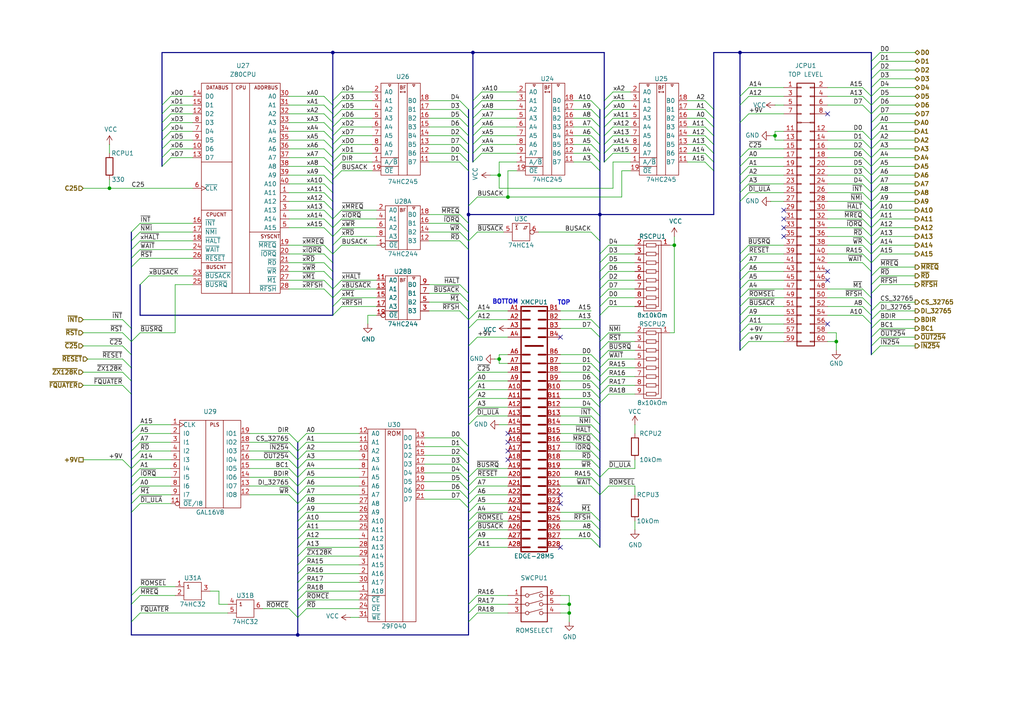
<source format=kicad_sch>
(kicad_sch (version 20231120) (generator "eeschema") (generator_version "8.0")
  (paper "A4")
  (title_block (title "CPU unit") (date "28.05.2022") (rev "0.01v") (comment 1 "Comment1") (comment 2 "Comment2") (comment 3 "Comment3") (comment 4 "Comment4"))
  (junction (at 144.78 104.14))
  (junction (at 137.16 15.24))
  (junction (at 147.32 57.15))
  (junction (at 144.78 50.8))
  (junction (at 195.58 71.12))
  (junction (at 165.1 175.26))
  (junction (at 96.52 15.24))
  (junction (at 224.79 39.37))
  (junction (at 214.63 15.24))
  (junction (at 135.89 62.23))
  (junction (at 31.75 54.61))
  (junction (at 86.36 184.15))
  (junction (at 242.57 99.06))
  (junction (at 165.1 177.8))
  (junction (at 173.99 62.23))
  (no_connect (at 147.32 125.73))
  (no_connect (at 162.56 158.75))
  (no_connect (at 240.03 78.74))
  (no_connect (at 240.03 33.02))
  (no_connect (at 147.32 133.35))
  (no_connect (at 227.33 68.58))
  (no_connect (at 162.56 146.05))
  (no_connect (at 240.03 81.28))
  (no_connect (at 147.32 128.27))
  (no_connect (at 227.33 63.5))
  (no_connect (at 227.33 66.04))
  (no_connect (at 227.33 60.96))
  (no_connect (at 162.56 97.79))
  (no_connect (at 162.56 143.51))
  (no_connect (at 240.03 93.98))
  (no_connect (at 147.32 130.81))
  (bus_entry (at 252.73 71.12) (size -2.54 -2.54))
  (bus_entry (at 93.98 30.48) (size 2.54 2.54))
  (bus_entry (at 217.17 73.66) (size -2.54 2.54))
  (bus_entry (at 176.53 83.82) (size -2.54 2.54))
  (bus_entry (at 252.73 20.32) (size 2.54 -2.54))
  (bus_entry (at 35.56 107.95) (size 2.54 2.54))
  (bus_entry (at 38.1 146.05) (size 2.54 -2.54))
  (bus_entry (at 217.17 48.26) (size -2.54 2.54))
  (bus_entry (at 38.1 180.34) (size 2.54 -2.54))
  (bus_entry (at 173.99 143.51) (size 2.54 -2.54))
  (bus_entry (at 252.73 63.5) (size 2.54 -2.54))
  (bus_entry (at 138.43 120.65) (size -2.54 2.54))
  (bus_entry (at 138.43 153.67) (size -2.54 2.54))
  (bus_entry (at 135.89 175.26) (size 2.54 -2.54))
  (bus_entry (at 93.98 43.18) (size 2.54 2.54))
  (bus_entry (at 138.43 156.21) (size -2.54 2.54))
  (bus_entry (at 171.45 39.37) (size 2.54 2.54))
  (bus_entry (at 38.1 72.39) (size 2.54 -2.54))
  (bus_entry (at 252.73 43.18) (size 2.54 -2.54))
  (bus_entry (at 99.06 46.99) (size -2.54 2.54))
  (bus_entry (at 171.45 29.21) (size 2.54 2.54))
  (bus_entry (at 96.52 71.12) (size 2.54 -2.54))
  (bus_entry (at 173.99 113.03) (size -2.54 -2.54))
  (bus_entry (at 133.35 87.63) (size 2.54 2.54))
  (bus_entry (at 173.99 140.97) (size -2.54 -2.54))
  (bus_entry (at 38.1 125.73) (size 2.54 -2.54))
  (bus_entry (at 46.99 38.1) (size 2.54 -2.54))
  (bus_entry (at 171.45 41.91) (size 2.54 2.54))
  (bus_entry (at 133.35 127) (size 2.54 2.54))
  (bus_entry (at 83.82 135.89) (size 2.54 2.54))
  (bus_entry (at 83.82 133.35) (size 2.54 2.54))
  (bus_entry (at 252.73 55.88) (size -2.54 -2.54))
  (bus_entry (at 138.43 146.05) (size -2.54 2.54))
  (bus_entry (at 96.52 31.75) (size 2.54 -2.54))
  (bus_entry (at 88.9 173.99) (size -2.54 2.54))
  (bus_entry (at 138.43 107.95) (size -2.54 2.54))
  (bus_entry (at 93.98 63.5) (size 2.54 2.54))
  (bus_entry (at 217.17 83.82) (size -2.54 2.54))
  (bus_entry (at 93.98 73.66) (size 2.54 2.54))
  (bus_entry (at 252.73 68.58) (size -2.54 -2.54))
  (bus_entry (at 252.73 53.34) (size 2.54 -2.54))
  (bus_entry (at 252.73 80.01) (size 2.54 -2.54))
  (bus_entry (at 176.53 88.9) (size -2.54 2.54))
  (bus_entry (at 173.99 95.25) (size -2.54 -2.54))
  (bus_entry (at 93.98 27.94) (size 2.54 2.54))
  (bus_entry (at 217.17 43.18) (size -2.54 2.54))
  (bus_entry (at 252.73 43.18) (size -2.54 -2.54))
  (bus_entry (at 86.36 143.51) (size 2.54 -2.54))
  (bus_entry (at 86.36 128.27) (size 2.54 -2.54))
  (bus_entry (at 173.99 135.89) (size -2.54 -2.54))
  (bus_entry (at 133.35 144.78) (size 2.54 2.54))
  (bus_entry (at 93.98 81.28) (size 2.54 2.54))
  (bus_entry (at 46.99 30.48) (size 2.54 -2.54))
  (bus_entry (at 173.99 138.43) (size -2.54 -2.54))
  (bus_entry (at 86.36 171.45) (size 2.54 -2.54))
  (bus_entry (at 252.73 33.02) (size 2.54 -2.54))
  (bus_entry (at 173.99 101.6) (size 2.54 -2.54))
  (bus_entry (at 96.52 34.29) (size 2.54 -2.54))
  (bus_entry (at 46.99 48.26) (size 2.54 -2.54))
  (bus_entry (at 173.99 110.49) (size -2.54 -2.54))
  (bus_entry (at 133.35 69.85) (size 2.54 2.54))
  (bus_entry (at 135.89 59.69) (size 2.54 -2.54))
  (bus_entry (at 93.98 66.04) (size 2.54 2.54))
  (bus_entry (at 252.73 38.1) (size 2.54 -2.54))
  (bus_entry (at 93.98 71.12) (size 2.54 2.54))
  (bus_entry (at 133.35 132.08) (size 2.54 2.54))
  (bus_entry (at 93.98 58.42) (size 2.54 2.54))
  (bus_entry (at 217.17 55.88) (size -2.54 2.54))
  (bus_entry (at 96.52 88.9) (size 2.54 -2.54))
  (bus_entry (at 137.16 29.21) (size 2.54 -2.54))
  (bus_entry (at 96.52 29.21) (size 2.54 -2.54))
  (bus_entry (at 204.47 44.45) (size 2.54 2.54))
  (bus_entry (at 217.17 25.4) (size -2.54 2.54))
  (bus_entry (at 93.98 48.26) (size 2.54 2.54))
  (bus_entry (at 83.82 143.51) (size 2.54 2.54))
  (bus_entry (at 173.99 109.22) (size 2.54 -2.54))
  (bus_entry (at 137.16 34.29) (size 2.54 -2.54))
  (bus_entry (at 252.73 48.26) (size 2.54 -2.54))
  (bus_entry (at 252.73 53.34) (size -2.54 -2.54))
  (bus_entry (at 217.17 96.52) (size -2.54 2.54))
  (bus_entry (at 252.73 66.04) (size 2.54 -2.54))
  (bus_entry (at 252.73 88.9) (size -2.54 -2.54))
  (bus_entry (at 38.1 140.97) (size 2.54 -2.54))
  (bus_entry (at 88.9 161.29) (size -2.54 2.54))
  (bus_entry (at 255.27 97.79) (size -2.54 2.54))
  (bus_entry (at 86.36 148.59) (size 2.54 -2.54))
  (bus_entry (at 38.1 138.43) (size 2.54 -2.54))
  (bus_entry (at 175.26 46.99) (size 2.54 -2.54))
  (bus_entry (at 38.1 77.47) (size 2.54 -2.54))
  (bus_entry (at 252.73 73.66) (size -2.54 -2.54))
  (bus_entry (at 93.98 76.2) (size 2.54 2.54))
  (bus_entry (at 255.27 92.71) (size -2.54 2.54))
  (bus_entry (at 83.82 128.27) (size 2.54 2.54))
  (bus_entry (at 175.26 39.37) (size 2.54 -2.54))
  (bus_entry (at 133.35 64.77) (size 2.54 2.54))
  (bus_entry (at 138.43 138.43) (size -2.54 2.54))
  (bus_entry (at 173.99 158.75) (size -2.54 -2.54))
  (bus_entry (at 173.99 125.73) (size -2.54 -2.54))
  (bus_entry (at 137.16 44.45) (size 2.54 -2.54))
  (bus_entry (at 173.99 153.67) (size -2.54 -2.54))
  (bus_entry (at 204.47 34.29) (size 2.54 2.54))
  (bus_entry (at 38.1 69.85) (size 2.54 -2.54))
  (bus_entry (at 93.98 38.1) (size 2.54 2.54))
  (bus_entry (at 173.99 143.51) (size -2.54 -2.54))
  (bus_entry (at 204.47 46.99) (size 2.54 2.54))
  (bus_entry (at 133.35 85.09) (size 2.54 2.54))
  (bus_entry (at 252.73 78.74) (size -2.54 -2.54))
  (bus_entry (at 86.36 133.35) (size 2.54 -2.54))
  (bus_entry (at 133.35 82.55) (size 2.54 2.54))
  (bus_entry (at 86.36 140.97) (size 2.54 -2.54))
  (bus_entry (at 171.45 46.99) (size 2.54 2.54))
  (bus_entry (at 35.56 133.35) (size 2.54 2.54))
  (bus_entry (at 138.43 148.59) (size -2.54 2.54))
  (bus_entry (at 93.98 78.74) (size 2.54 2.54))
  (bus_entry (at 252.73 93.98) (size -2.54 -2.54))
  (bus_entry (at 86.36 156.21) (size 2.54 -2.54))
  (bus_entry (at 133.35 39.37) (size 2.54 2.54))
  (bus_entry (at 252.73 55.88) (size 2.54 -2.54))
  (bus_entry (at 133.35 46.99) (size 2.54 2.54))
  (bus_entry (at 137.16 46.99) (size 2.54 -2.54))
  (bus_entry (at 252.73 48.26) (size -2.54 -2.54))
  (bus_entry (at 176.53 78.74) (size -2.54 2.54))
  (bus_entry (at 35.56 96.52) (size 2.54 2.54))
  (bus_entry (at 96.52 46.99) (size 2.54 -2.54))
  (bus_entry (at 173.99 151.13) (size -2.54 -2.54))
  (bus_entry (at 252.73 85.09) (size 2.54 -2.54))
  (bus_entry (at 93.98 83.82) (size 2.54 2.54))
  (bus_entry (at 133.35 67.31) (size 2.54 2.54))
  (bus_entry (at 86.36 130.81) (size 2.54 -2.54))
  (bus_entry (at 133.35 36.83) (size 2.54 2.54))
  (bus_entry (at 133.35 44.45) (size 2.54 2.54))
  (bus_entry (at 86.36 179.07) (size 2.54 -2.54))
  (bus_entry (at 252.73 58.42) (size 2.54 -2.54))
  (bus_entry (at 252.73 60.96) (size -2.54 -2.54))
  (bus_entry (at 138.43 158.75) (size -2.54 2.54))
  (bus_entry (at 252.73 86.36) (size -2.54 -2.54))
  (bus_entry (at 93.98 33.02) (size 2.54 2.54))
  (bus_entry (at 173.99 97.79) (size -2.54 -2.54))
  (bus_entry (at 137.16 31.75) (size 2.54 -2.54))
  (bus_entry (at 252.73 63.5) (size -2.54 -2.54))
  (bus_entry (at 204.47 36.83) (size 2.54 2.54))
  (bus_entry (at 204.47 39.37) (size 2.54 2.54))
  (bus_entry (at 173.99 105.41) (size -2.54 -2.54))
  (bus_entry (at 176.53 71.12) (size -2.54 2.54))
  (bus_entry (at 138.43 140.97) (size -2.54 2.54))
  (bus_entry (at 46.99 33.02) (size 2.54 -2.54))
  (bus_entry (at 255.27 95.25) (size -2.54 2.54))
  (bus_entry (at 217.17 81.28) (size -2.54 2.54))
  (bus_entry (at 93.98 50.8) (size 2.54 2.54))
  (bus_entry (at 252.73 71.12) (size 2.54 -2.54))
  (bus_entry (at 171.45 44.45) (size 2.54 2.54))
  (bus_entry (at 217.17 86.36) (size -2.54 2.54))
  (bus_entry (at 96.52 66.04) (size 2.54 -2.54))
  (bus_entry (at 138.43 90.17) (size -2.54 2.54))
  (bus_entry (at 135.89 95.25) (size 2.54 -2.54))
  (bus_entry (at 96.52 68.58) (size 2.54 -2.54))
  (bus_entry (at 255.27 90.17) (size -2.54 2.54))
  (bus_entry (at 86.36 168.91) (size 2.54 -2.54))
  (bus_entry (at 86.36 135.89) (size 2.54 -2.54))
  (bus_entry (at 252.73 58.42) (size -2.54 -2.54))
  (bus_entry (at 173.99 133.35) (size -2.54 -2.54))
  (bus_entry (at 46.99 40.64) (size 2.54 -2.54))
  (bus_entry (at 38.1 175.26) (size 2.54 -2.54))
  (bus_entry (at 204.47 41.91) (size 2.54 2.54))
  (bus_entry (at 93.98 40.64) (size 2.54 2.54))
  (bus_entry (at 83.82 140.97) (size 2.54 2.54))
  (bus_entry (at 171.45 31.75) (size 2.54 2.54))
  (bus_entry (at 252.73 45.72) (size -2.54 -2.54))
  (bus_entry (at 252.73 27.94) (size -2.54 -2.54))
  (bus_entry (at 252.73 91.44) (size -2.54 -2.54))
  (bus_entry (at 217.17 88.9) (size -2.54 2.54))
  (bus_entry (at 252.73 76.2) (size -2.54 -2.54))
  (bus_entry (at 135.89 180.34) (size 2.54 -2.54))
  (bus_entry (at 96.52 83.82) (size 2.54 -2.54))
  (bus_entry (at 252.73 40.64) (size 2.54 -2.54))
  (bus_entry (at 214.63 30.48) (size 2.54 -2.54))
  (bus_entry (at 252.73 76.2) (size 2.54 -2.54))
  (bus_entry (at 35.56 111.76) (size 2.54 2.54))
  (bus_entry (at 252.73 82.55) (size 2.54 -2.54))
  (bus_entry (at 176.53 81.28) (size -2.54 2.54))
  (bus_entry (at 171.45 36.83) (size 2.54 2.54))
  (bus_entry (at 86.36 138.43) (size 2.54 -2.54))
  (bus_entry (at 46.99 43.18) (size 2.54 -2.54))
  (bus_entry (at 135.89 69.85) (size 2.54 -2.54))
  (bus_entry (at 252.73 68.58) (size 2.54 -2.54))
  (bus_entry (at 40.64 82.55) (size 2.54 -2.54))
  (bus_entry (at 252.73 50.8) (size -2.54 -2.54))
  (bus_entry (at 217.17 99.06) (size -2.54 2.54))
  (bus_entry (at 252.73 17.78) (size 2.54 -2.54))
  (bus_entry (at 38.1 143.51) (size 2.54 -2.54))
  (bus_entry (at 83.82 130.81) (size 2.54 2.54))
  (bus_entry (at 86.36 153.67) (size 2.54 -2.54))
  (bus_entry (at 252.73 33.02) (size -2.54 -2.54))
  (bus_entry (at 86.36 146.05) (size 2.54 -2.54))
  (bus_entry (at 252.73 73.66) (size 2.54 -2.54))
  (bus_entry (at 173.99 111.76) (size 2.54 -2.54))
  (bus_entry (at 38.1 106.68) (size -2.54 -2.54))
  (bus_entry (at 133.35 134.62) (size 2.54 2.54))
  (bus_entry (at 137.16 39.37) (size 2.54 -2.54))
  (bus_entry (at 171.45 34.29) (size 2.54 2.54))
  (bus_entry (at 252.73 22.86) (size 2.54 -2.54))
  (bus_entry (at 133.35 62.23) (size 2.54 2.54))
  (bus_entry (at 38.1 172.72) (size 2.54 -2.54))
  (bus_entry (at 252.73 40.64) (size -2.54 -2.54))
  (bus_entry (at 173.99 115.57) (size -2.54 -2.54))
  (bus_entry (at 173.99 120.65) (size -2.54 -2.54))
  (bus_entry (at 83.82 138.43) (size 2.54 2.54))
  (bus_entry (at 173.99 138.43) (size 2.54 -2.54))
  (bus_entry (at 175.26 34.29) (size 2.54 -2.54))
  (bus_entry (at 217.17 53.34) (size -2.54 2.54))
  (bus_entry (at 99.06 49.53) (size -2.54 2.54))
  (bus_entry (at 93.98 55.88) (size 2.54 2.54))
  (bus_entry (at 217.17 78.74) (size -2.54 2.54))
  (bus_entry (at 96.52 39.37) (size 2.54 -2.54))
  (bus_entry (at 133.35 34.29) (size 2.54 2.54))
  (bus_entry (at 173.99 114.3) (size 2.54 -2.54))
  (bus_entry (at 217.17 71.12) (size -2.54 2.54))
  (bus_entry (at 252.73 66.04) (size -2.54 -2.54))
  (bus_entry (at 35.56 92.71) (size 2.54 2.54))
  (bus_entry (at 173.99 106.68) (size 2.54 -2.54))
  (bus_entry (at 93.98 60.96) (size 2.54 2.54))
  (bus_entry (at 93.98 53.34) (size 2.54 2.54))
  (bus_entry (at 96.52 44.45) (size 2.54 -2.54))
  (bus_entry (at 96.52 36.83) (size 2.54 -2.54))
  (bus_entry (at 217.17 50.8) (size -2.54 2.54))
  (bus_entry (at 138.43 110.49) (size -2.54 2.54))
  (bus_entry (at 204.47 31.75) (size 2.54 2.54))
  (bus_entry (at 252.73 50.8) (size 2.54 -2.54))
  (bus_entry (at 173.99 156.21) (size -2.54 -2.54))
  (bus_entry (at 138.43 115.57) (size -2.54 2.54))
  (bus_entry (at 93.98 45.72) (size 2.54 2.54))
  (bus_entry (at 173.99 118.11) (size -2.54 -2.54))
  (bus_entry (at 99.06 71.12) (size -2.54 2.54))
  (bus_entry (at 173.99 128.27) (size -2.54 -2.54))
  (bus_entry (at 96.52 41.91) (size 2.54 -2.54))
  (bus_entry (at 38.1 128.27) (size 2.54 -2.54))
  (bus_entry (at 176.53 86.36) (size -2.54 2.54))
  (bus_entry (at 138.43 151.13) (size -2.54 2.54))
  (bus_entry (at 255.27 100.33) (size -2.54 2.54))
  (bus_entry (at 204.47 29.21) (size 2.54 2.54))
  (bus_entry (at 176.53 76.2) (size -2.54 2.54))
  (bus_entry (at 46.99 35.56) (size 2.54 -2.54))
  (bus_entry (at 46.99 45.72) (size 2.54 -2.54))
  (bus_entry (at 86.36 173.99) (size 2.54 -2.54))
  (bus_entry (at 252.73 60.96) (size 2.54 -2.54))
  (bus_entry (at 133.35 129.54) (size 2.54 2.54))
  (bus_entry (at 138.43 113.03) (size -2.54 2.54))
  (bus_entry (at 133.35 139.7) (size 2.54 2.54))
  (bus_entry (at 93.98 35.56) (size 2.54 2.54))
  (bus_entry (at 133.35 142.24) (size 2.54 2.54))
  (bus_entry (at 133.35 31.75) (size 2.54 2.54))
  (bus_entry (at 135.89 177.8) (size 2.54 -2.54))
  (bus_entry (at 217.17 91.44) (size -2.54 2.54))
  (bus_entry (at 138.43 143.51) (size -2.54 2.54))
  (bus_entry (at 173.99 107.95) (size -2.54 -2.54))
  (bus_entry (at 173.99 130.81) (size -2.54 -2.54))
  (bus_entry (at 38.1 130.81) (size 2.54 -2.54))
  (bus_entry (at 252.73 35.56) (size 2.54 -2.54))
  (bus_entry (at 255.27 87.63) (size -2.54 2.54))
  (bus_entry (at 137.16 36.83) (size 2.54 -2.54))
  (bus_entry (at 133.35 90.17) (size 2.54 2.54))
  (bus_entry (at 96.52 63.5) (size 2.54 -2.54))
  (bus_entry (at 35.56 100.33) (size 2.54 2.54))
  (bus_entry (at 86.36 158.75) (size 2.54 -2.54))
  (bus_entry (at 38.1 133.35) (size 2.54 -2.54))
  (bus_entry (at 252.73 25.4) (size 2.54 -2.54))
  (bus_entry (at 252.73 30.48) (size 2.54 -2.54))
  (bus_entry (at 173.99 104.14) (size 2.54 -2.54))
  (bus_entry (at 38.1 148.59) (size 2.54 -2.54))
  (bus_entry (at 138.43 118.11) (size -2.54 2.54))
  (bus_entry (at 133.35 137.16) (size 2.54 2.54))
  (bus_entry (at 217.17 93.98) (size -2.54 2.54))
  (bus_entry (at 173.99 116.84) (size 2.54 -2.54))
  (bus_entry (at 214.63 35.56) (size 2.54 -2.54))
  (bus_entry (at 86.36 166.37) (size 2.54 -2.54))
  (bus_entry (at 176.53 73.66) (size -2.54 2.54))
  (bus_entry (at 252.73 45.72) (size 2.54 -2.54))
  (bus_entry (at 171.45 67.31) (size 2.54 2.54))
  (bus_entry (at 175.26 44.45) (size 2.54 -2.54))
  (bus_entry (at 96.52 86.36) (size 2.54 -2.54))
  (bus_entry (at 252.73 30.48) (size -2.54 -2.54))
  (bus_entry (at 137.16 41.91) (size 2.54 -2.54))
  (bus_entry (at 38.1 135.89) (size 2.54 -2.54))
  (bus_entry (at 175.26 36.83) (size 2.54 -2.54))
  (bus_entry (at 252.73 27.94) (size 2.54 -2.54))
  (bus_entry (at 86.36 151.13) (size 2.54 -2.54))
  (bus_entry (at 83.82 125.73) (size 2.54 2.54))
  (bus_entry (at 133.35 41.91) (size 2.54 2.54))
  (bus_entry (at 173.99 99.06) (size 2.54 -2.54))
  (bus_entry (at 38.1 74.93) (size 2.54 -2.54))
  (bus_entry (at 133.35 29.21) (size 2.54 2.54))
  (bus_entry (at 175.26 29.21) (size 2.54 -2.54))
  (bus_entry (at 175.26 31.75) (size 2.54 -2.54))
  (bus_entry (at 217.17 45.72) (size -2.54 2.54))
  (bus_entry (at 175.26 41.91) (size 2.54 -2.54))
  (bus_entry (at 38.1 67.31) (size 2.54 -2.54))
  (bus_entry (at 173.99 123.19) (size -2.54 -2.54))
  (bus_entry (at 135.89 100.33) (size 2.54 -2.54))
  (bus_entry (at 83.82 176.53) (size 2.54 2.54))
  (bus_entry (at 138.43 135.89) (size -2.54 2.54))
  (bus_entry (at 86.36 161.29) (size 2.54 -2.54))
  (bus_entry (at 38.1 99.06) (size 2.54 -2.54))
  (bus_entry (at 217.17 76.2) (size -2.54 2.54))
  (bus_entry (at 96.52 91.44) (size 2.54 -2.54))
  (bus (pts (xy 175.26 15.24) (xy 175.26 29.21)))
  (wire (pts (xy 72.39 128.27) (xy 83.82 128.27)))
  (wire (pts (xy 24.13 100.33) (xy 35.56 100.33)))
  (wire (pts (xy 83.82 78.74) (xy 93.98 78.74)))
  (bus (pts (xy 96.52 86.36) (xy 96.52 88.9)))
  (bus (pts (xy 135.89 113.03) (xy 135.89 115.57)))
  (wire (pts (xy 124.46 44.45) (xy 133.35 44.45)))
  (bus (pts (xy 38.1 184.15) (xy 86.36 184.15)))
  (bus (pts (xy 86.36 143.51) (xy 86.36 146.05)))
  (bus (pts (xy 38.1 74.93) (xy 38.1 77.47)))
  (bus (pts (xy 214.63 96.52) (xy 214.63 99.06)))
  (wire (pts (xy 227.33 91.44) (xy 217.17 91.44)))
  (wire (pts (xy 184.15 76.2) (xy 176.53 76.2)))
  (bus (pts (xy 135.89 129.54) (xy 135.89 132.08)))
  (bus (pts (xy 207.01 44.45) (xy 207.01 46.99)))
  (wire (pts (xy 139.7 39.37) (xy 149.86 39.37)))
  (bus (pts (xy 252.73 15.24) (xy 252.73 17.78)))
  (wire (pts (xy 224.79 39.37) (xy 224.79 40.64)))
  (bus (pts (xy 135.89 110.49) (xy 135.89 113.03)))
  (bus (pts (xy 96.52 15.24) (xy 46.99 15.24)))
  (bus (pts (xy 38.1 114.3) (xy 38.1 125.73)))
  (wire (pts (xy 223.52 39.37) (xy 224.79 39.37)))
  (wire (pts (xy 162.56 128.27) (xy 171.45 128.27)))
  (bus (pts (xy 207.01 34.29) (xy 207.01 36.83)))
  (bus (pts (xy 46.99 33.02) (xy 46.99 35.56)))
  (wire (pts (xy 255.27 30.48) (xy 265.43 30.48)))
  (bus (pts (xy 38.1 102.87) (xy 38.1 106.68)))
  (wire (pts (xy 240.03 71.12) (xy 250.19 71.12)))
  (bus (pts (xy 173.99 123.19) (xy 173.99 125.73)))
  (bus (pts (xy 38.1 106.68) (xy 38.1 110.49)))
  (wire (pts (xy 162.56 153.67) (xy 171.45 153.67)))
  (wire (pts (xy 83.82 38.1) (xy 93.98 38.1)))
  (wire (pts (xy 40.64 67.31) (xy 55.88 67.31)))
  (bus (pts (xy 135.89 41.91) (xy 135.89 44.45)))
  (wire (pts (xy 83.82 66.04) (xy 93.98 66.04)))
  (wire (pts (xy 162.56 156.21) (xy 171.45 156.21)))
  (wire (pts (xy 166.37 46.99) (xy 171.45 46.99)))
  (wire (pts (xy 83.82 83.82) (xy 93.98 83.82)))
  (wire (pts (xy 182.88 49.53) (xy 180.34 49.53)))
  (bus (pts (xy 252.73 90.17) (xy 252.73 91.44)))
  (wire (pts (xy 227.33 53.34) (xy 217.17 53.34)))
  (bus (pts (xy 135.89 158.75) (xy 135.89 161.29)))
  (wire (pts (xy 240.03 60.96) (xy 250.19 60.96)))
  (bus (pts (xy 173.99 101.6) (xy 173.99 104.14)))
  (wire (pts (xy 147.32 113.03) (xy 138.43 113.03)))
  (bus (pts (xy 135.89 87.63) (xy 135.89 90.17)))
  (bus (pts (xy 173.99 140.97) (xy 173.99 143.51)))
  (wire (pts (xy 147.32 151.13) (xy 138.43 151.13)))
  (wire (pts (xy 83.82 43.18) (xy 93.98 43.18)))
  (wire (pts (xy 139.7 44.45) (xy 149.86 44.45)))
  (wire (pts (xy 31.75 54.61) (xy 55.88 54.61)))
  (wire (pts (xy 83.82 76.2) (xy 93.98 76.2)))
  (wire (pts (xy 265.43 90.17) (xy 255.27 90.17)))
  (bus (pts (xy 86.36 173.99) (xy 86.36 176.53)))
  (wire (pts (xy 99.06 39.37) (xy 107.95 39.37)))
  (wire (pts (xy 227.33 99.06) (xy 217.17 99.06)))
  (bus (pts (xy 214.63 86.36) (xy 214.63 88.9)))
  (wire (pts (xy 63.5 171.45) (xy 63.5 175.26)))
  (wire (pts (xy 227.33 58.42) (xy 223.52 58.42)))
  (bus (pts (xy 96.52 76.2) (xy 96.52 78.74)))
  (wire (pts (xy 177.8 29.21) (xy 182.88 29.21)))
  (wire (pts (xy 176.53 96.52) (xy 184.15 96.52)))
  (wire (pts (xy 88.9 176.53) (xy 104.14 176.53)))
  (bus (pts (xy 96.52 40.64) (xy 96.52 41.91)))
  (wire (pts (xy 147.32 146.05) (xy 138.43 146.05)))
  (bus (pts (xy 38.1 133.35) (xy 38.1 135.89)))
  (bus (pts (xy 173.99 153.67) (xy 173.99 156.21)))
  (wire (pts (xy 255.27 45.72) (xy 265.43 45.72)))
  (bus (pts (xy 86.36 128.27) (xy 86.36 130.81)))
  (wire (pts (xy 83.82 40.64) (xy 93.98 40.64)))
  (bus (pts (xy 214.63 15.24) (xy 214.63 27.94)))
  (wire (pts (xy 255.27 17.78) (xy 265.43 17.78)))
  (bus (pts (xy 86.36 163.83) (xy 86.36 166.37)))
  (bus (pts (xy 252.73 58.42) (xy 252.73 60.96)))
  (bus (pts (xy 214.63 76.2) (xy 214.63 78.74)))
  (wire (pts (xy 184.15 83.82) (xy 176.53 83.82)))
  (wire (pts (xy 123.19 144.78) (xy 133.35 144.78)))
  (wire (pts (xy 88.9 135.89) (xy 104.14 135.89)))
  (bus (pts (xy 46.99 40.64) (xy 46.99 43.18)))
  (bus (pts (xy 173.99 111.76) (xy 173.99 113.03)))
  (wire (pts (xy 40.64 172.72) (xy 50.8 172.72)))
  (wire (pts (xy 55.88 74.93) (xy 40.64 74.93)))
  (bus (pts (xy 86.36 168.91) (xy 86.36 171.45)))
  (wire (pts (xy 139.7 36.83) (xy 149.86 36.83)))
  (wire (pts (xy 199.39 41.91) (xy 204.47 41.91)))
  (wire (pts (xy 60.96 171.45) (xy 63.5 171.45)))
  (wire (pts (xy 147.32 49.53) (xy 147.32 57.15)))
  (bus (pts (xy 96.52 30.48) (xy 96.52 31.75)))
  (wire (pts (xy 255.27 38.1) (xy 265.43 38.1)))
  (wire (pts (xy 227.33 71.12) (xy 217.17 71.12)))
  (bus (pts (xy 96.52 73.66) (xy 96.52 76.2)))
  (wire (pts (xy 255.27 33.02) (xy 265.43 33.02)))
  (bus (pts (xy 86.36 151.13) (xy 86.36 153.67)))
  (wire (pts (xy 224.79 38.1) (xy 224.79 39.37)))
  (wire (pts (xy 107.95 49.53) (xy 99.06 49.53)))
  (bus (pts (xy 86.36 184.15) (xy 135.89 184.15)))
  (wire (pts (xy 184.15 86.36) (xy 176.53 86.36)))
  (wire (pts (xy 255.27 43.18) (xy 265.43 43.18)))
  (wire (pts (xy 199.39 36.83) (xy 204.47 36.83)))
  (wire (pts (xy 123.19 142.24) (xy 133.35 142.24)))
  (bus (pts (xy 252.73 20.32) (xy 252.73 22.86)))
  (bus (pts (xy 137.16 31.75) (xy 137.16 34.29)))
  (wire (pts (xy 124.46 82.55) (xy 133.35 82.55)))
  (wire (pts (xy 123.19 132.08) (xy 133.35 132.08)))
  (wire (pts (xy 227.33 86.36) (xy 217.17 86.36)))
  (wire (pts (xy 147.32 148.59) (xy 138.43 148.59)))
  (bus (pts (xy 252.73 93.98) (xy 252.73 95.25)))
  (bus (pts (xy 214.63 78.74) (xy 214.63 81.28)))
  (bus (pts (xy 38.1 130.81) (xy 38.1 133.35)))
  (wire (pts (xy 255.27 71.12) (xy 265.43 71.12)))
  (wire (pts (xy 162.56 172.72) (xy 165.1 172.72)))
  (wire (pts (xy 176.53 99.06) (xy 184.15 99.06)))
  (wire (pts (xy 49.53 30.48) (xy 55.88 30.48)))
  (bus (pts (xy 252.73 71.12) (xy 252.73 73.66)))
  (bus (pts (xy 207.01 36.83) (xy 207.01 39.37)))
  (wire (pts (xy 162.56 107.95) (xy 171.45 107.95)))
  (wire (pts (xy 88.9 153.67) (xy 104.14 153.67)))
  (wire (pts (xy 147.32 158.75) (xy 138.43 158.75)))
  (wire (pts (xy 176.53 111.76) (xy 184.15 111.76)))
  (wire (pts (xy 184.15 133.35) (xy 184.15 135.89)))
  (bus (pts (xy 38.1 67.31) (xy 38.1 69.85)))
  (wire (pts (xy 182.88 46.99) (xy 177.8 46.99)))
  (bus (pts (xy 96.52 52.07) (xy 96.52 53.34)))
  (bus (pts (xy 137.16 41.91) (xy 137.16 44.45)))
  (wire (pts (xy 72.39 130.81) (xy 83.82 130.81)))
  (bus (pts (xy 214.63 99.06) (xy 214.63 101.6)))
  (wire (pts (xy 147.32 118.11) (xy 138.43 118.11)))
  (wire (pts (xy 138.43 67.31) (xy 146.05 67.31)))
  (bus (pts (xy 173.99 91.44) (xy 173.99 95.25)))
  (wire (pts (xy 24.13 111.76) (xy 35.56 111.76)))
  (wire (pts (xy 139.7 26.67) (xy 149.86 26.67)))
  (wire (pts (xy 177.8 41.91) (xy 182.88 41.91)))
  (bus (pts (xy 173.99 109.22) (xy 173.99 110.49)))
  (wire (pts (xy 199.39 34.29) (xy 204.47 34.29)))
  (bus (pts (xy 96.52 78.74) (xy 96.52 81.28)))
  (bus (pts (xy 38.1 146.05) (xy 38.1 148.59)))
  (wire (pts (xy 49.53 38.1) (xy 55.88 38.1)))
  (wire (pts (xy 24.13 54.61) (xy 31.75 54.61)))
  (bus (pts (xy 252.73 60.96) (xy 252.73 63.5)))
  (bus (pts (xy 38.1 125.73) (xy 38.1 128.27)))
  (bus (pts (xy 173.99 125.73) (xy 173.99 128.27)))
  (bus (pts (xy 252.73 45.72) (xy 252.73 48.26)))
  (wire (pts (xy 72.39 135.89) (xy 83.82 135.89)))
  (bus (pts (xy 252.73 50.8) (xy 252.73 53.34)))
  (bus (pts (xy 175.26 44.45) (xy 175.26 46.99)))
  (bus (pts (xy 173.99 46.99) (xy 173.99 49.53)))
  (bus (pts (xy 46.99 43.18) (xy 46.99 45.72)))
  (wire (pts (xy 224.79 30.48) (xy 227.33 30.48)))
  (wire (pts (xy 265.43 80.01) (xy 255.27 80.01)))
  (bus (pts (xy 252.73 55.88) (xy 252.73 58.42)))
  (wire (pts (xy 176.53 101.6) (xy 184.15 101.6)))
  (bus (pts (xy 214.63 35.56) (xy 214.63 45.72)))
  (wire (pts (xy 162.56 113.03) (xy 171.45 113.03)))
  (bus (pts (xy 96.52 29.21) (xy 96.52 30.48)))
  (wire (pts (xy 124.46 85.09) (xy 133.35 85.09)))
  (wire (pts (xy 255.27 60.96) (xy 265.43 60.96)))
  (bus (pts (xy 214.63 53.34) (xy 214.63 55.88)))
  (wire (pts (xy 139.7 41.91) (xy 149.86 41.91)))
  (wire (pts (xy 88.9 151.13) (xy 104.14 151.13)))
  (bus (pts (xy 96.52 63.5) (xy 96.52 66.04)))
  (wire (pts (xy 240.03 73.66) (xy 250.19 73.66)))
  (wire (pts (xy 176.53 109.22) (xy 184.15 109.22)))
  (wire (pts (xy 99.06 44.45) (xy 107.95 44.45)))
  (wire (pts (xy 227.33 93.98) (xy 217.17 93.98)))
  (bus (pts (xy 252.73 38.1) (xy 252.73 40.64)))
  (wire (pts (xy 147.32 97.79) (xy 138.43 97.79)))
  (bus (pts (xy 135.89 90.17) (xy 135.89 92.71)))
  (wire (pts (xy 240.03 45.72) (xy 250.19 45.72)))
  (bus (pts (xy 96.52 43.18) (xy 96.52 44.45)))
  (wire (pts (xy 195.58 68.58) (xy 195.58 71.12)))
  (wire (pts (xy 176.53 114.3) (xy 184.15 114.3)))
  (wire (pts (xy 255.27 66.04) (xy 265.43 66.04)))
  (wire (pts (xy 83.82 55.88) (xy 93.98 55.88)))
  (wire (pts (xy 83.82 33.02) (xy 93.98 33.02)))
  (bus (pts (xy 252.73 17.78) (xy 252.73 20.32)))
  (bus (pts (xy 173.99 118.11) (xy 173.99 120.65)))
  (wire (pts (xy 143.51 104.14) (xy 144.78 104.14)))
  (wire (pts (xy 240.03 40.64) (xy 250.19 40.64)))
  (wire (pts (xy 88.9 138.43) (xy 104.14 138.43)))
  (wire (pts (xy 162.56 123.19) (xy 171.45 123.19)))
  (wire (pts (xy 194.31 96.52) (xy 195.58 96.52)))
  (wire (pts (xy 162.56 110.49) (xy 171.45 110.49)))
  (bus (pts (xy 96.52 53.34) (xy 96.52 55.88)))
  (bus (pts (xy 38.1 180.34) (xy 38.1 184.15)))
  (bus (pts (xy 96.52 15.24) (xy 96.52 29.21)))
  (bus (pts (xy 86.36 153.67) (xy 86.36 156.21)))
  (bus (pts (xy 173.99 135.89) (xy 173.99 138.43)))
  (wire (pts (xy 99.06 66.04) (xy 109.22 66.04)))
  (wire (pts (xy 177.8 46.99) (xy 177.8 54.61)))
  (wire (pts (xy 227.33 45.72) (xy 217.17 45.72)))
  (bus (pts (xy 252.73 91.44) (xy 252.73 92.71)))
  (wire (pts (xy 147.32 102.87) (xy 144.78 102.87)))
  (wire (pts (xy 177.8 44.45) (xy 182.88 44.45)))
  (wire (pts (xy 162.56 140.97) (xy 171.45 140.97)))
  (bus (pts (xy 173.99 62.23) (xy 173.99 69.85)))
  (bus (pts (xy 135.89 161.29) (xy 135.89 175.26)))
  (wire (pts (xy 99.06 41.91) (xy 107.95 41.91)))
  (bus (pts (xy 173.99 106.68) (xy 173.99 107.95)))
  (bus (pts (xy 173.99 73.66) (xy 173.99 76.2)))
  (wire (pts (xy 195.58 96.52) (xy 195.58 71.12)))
  (bus (pts (xy 214.63 83.82) (xy 214.63 86.36)))
  (bus (pts (xy 38.1 95.25) (xy 38.1 99.06)))
  (wire (pts (xy 40.64 125.73) (xy 49.53 125.73)))
  (wire (pts (xy 40.64 135.89) (xy 49.53 135.89)))
  (bus (pts (xy 207.01 39.37) (xy 207.01 41.91)))
  (bus (pts (xy 96.52 71.12) (xy 96.52 73.66)))
  (wire (pts (xy 76.2 176.53) (xy 83.82 176.53)))
  (bus (pts (xy 135.89 153.67) (xy 135.89 156.21)))
  (wire (pts (xy 227.33 33.02) (xy 217.17 33.02)))
  (wire (pts (xy 162.56 130.81) (xy 171.45 130.81)))
  (wire (pts (xy 255.27 63.5) (xy 265.43 63.5)))
  (bus (pts (xy 96.52 55.88) (xy 96.52 58.42)))
  (bus (pts (xy 252.73 53.34) (xy 252.73 55.88)))
  (bus (pts (xy 38.1 175.26) (xy 38.1 180.34)))
  (bus (pts (xy 175.26 41.91) (xy 175.26 44.45)))
  (bus (pts (xy 214.63 15.24) (xy 252.73 15.24)))
  (wire (pts (xy 99.06 71.12) (xy 109.22 71.12)))
  (wire (pts (xy 123.19 137.16) (xy 133.35 137.16)))
  (wire (pts (xy 227.33 76.2) (xy 217.17 76.2)))
  (wire (pts (xy 40.64 138.43) (xy 49.53 138.43)))
  (wire (pts (xy 162.56 105.41) (xy 171.45 105.41)))
  (bus (pts (xy 252.73 85.09) (xy 252.73 86.36)))
  (bus (pts (xy 135.89 151.13) (xy 135.89 153.67)))
  (bus (pts (xy 207.01 15.24) (xy 214.63 15.24)))
  (bus (pts (xy 173.99 133.35) (xy 173.99 135.89)))
  (bus (pts (xy 38.1 72.39) (xy 38.1 74.93)))
  (bus (pts (xy 252.73 30.48) (xy 252.73 33.02)))
  (wire (pts (xy 265.43 92.71) (xy 255.27 92.71)))
  (bus (pts (xy 135.89 34.29) (xy 135.89 36.83)))
  (bus (pts (xy 96.52 44.45) (xy 96.52 45.72)))
  (bus (pts (xy 173.99 120.65) (xy 173.99 123.19)))
  (wire (pts (xy 99.06 63.5) (xy 109.22 63.5)))
  (wire (pts (xy 265.43 97.79) (xy 255.27 97.79)))
  (bus (pts (xy 96.52 36.83) (xy 96.52 38.1)))
  (wire (pts (xy 35.56 104.14) (xy 25.4 104.14)))
  (bus (pts (xy 252.73 78.74) (xy 252.73 80.01)))
  (bus (pts (xy 38.1 69.85) (xy 38.1 72.39)))
  (bus (pts (xy 173.99 76.2) (xy 173.99 78.74)))
  (wire (pts (xy 184.15 71.12) (xy 176.53 71.12)))
  (bus (pts (xy 96.52 34.29) (xy 96.52 35.56)))
  (wire (pts (xy 139.7 34.29) (xy 149.86 34.29)))
  (bus (pts (xy 135.89 69.85) (xy 135.89 72.39)))
  (bus (pts (xy 46.99 30.48) (xy 46.99 33.02)))
  (wire (pts (xy 40.64 123.19) (xy 49.53 123.19)))
  (bus (pts (xy 252.73 76.2) (xy 252.73 78.74)))
  (bus (pts (xy 135.89 148.59) (xy 135.89 151.13)))
  (bus (pts (xy 135.89 92.71) (xy 135.89 95.25)))
  (wire (pts (xy 40.64 96.52) (xy 50.8 96.52)))
  (bus (pts (xy 96.52 15.24) (xy 137.16 15.24)))
  (bus (pts (xy 96.52 83.82) (xy 96.52 86.36)))
  (wire (pts (xy 144.78 46.99) (xy 149.86 46.99)))
  (wire (pts (xy 240.03 66.04) (xy 250.19 66.04)))
  (wire (pts (xy 240.03 48.26) (xy 250.19 48.26)))
  (wire (pts (xy 177.8 34.29) (xy 182.88 34.29)))
  (bus (pts (xy 173.99 97.79) (xy 173.99 99.06)))
  (bus (pts (xy 173.99 113.03) (xy 173.99 114.3)))
  (wire (pts (xy 72.39 143.51) (xy 83.82 143.51)))
  (bus (pts (xy 86.36 161.29) (xy 86.36 163.83)))
  (wire (pts (xy 166.37 39.37) (xy 171.45 39.37)))
  (bus (pts (xy 214.63 45.72) (xy 214.63 48.26)))
  (wire (pts (xy 88.9 161.29) (xy 104.14 161.29)))
  (wire (pts (xy 240.03 53.34) (xy 250.19 53.34)))
  (wire (pts (xy 88.9 173.99) (xy 104.14 173.99)))
  (wire (pts (xy 83.82 50.8) (xy 93.98 50.8)))
  (bus (pts (xy 135.89 146.05) (xy 135.89 147.32)))
  (bus (pts (xy 252.73 48.26) (xy 252.73 50.8)))
  (wire (pts (xy 147.32 140.97) (xy 138.43 140.97)))
  (wire (pts (xy 265.43 82.55) (xy 255.27 82.55)))
  (wire (pts (xy 24.13 96.52) (xy 35.56 96.52)))
  (wire (pts (xy 144.78 102.87) (xy 144.78 104.14)))
  (wire (pts (xy 240.03 55.88) (xy 250.19 55.88)))
  (wire (pts (xy 224.79 40.64) (xy 227.33 40.64)))
  (wire (pts (xy 166.37 41.91) (xy 171.45 41.91)))
  (bus (pts (xy 175.26 31.75) (xy 175.26 34.29)))
  (wire (pts (xy 106.68 91.44) (xy 106.68 93.98)))
  (bus (pts (xy 207.01 49.53) (xy 207.01 62.23)))
  (wire (pts (xy 180.34 49.53) (xy 180.34 57.15)))
  (bus (pts (xy 173.99 143.51) (xy 173.99 151.13)))
  (bus (pts (xy 86.36 146.05) (xy 86.36 148.59)))
  (wire (pts (xy 242.57 101.6) (xy 242.57 99.06)))
  (wire (pts (xy 180.34 57.15) (xy 147.32 57.15)))
  (bus (pts (xy 137.16 34.29) (xy 137.16 36.83)))
  (bus (pts (xy 96.52 60.96) (xy 96.52 63.5)))
  (wire (pts (xy 83.82 48.26) (xy 93.98 48.26)))
  (wire (pts (xy 265.43 100.33) (xy 255.27 100.33)))
  (bus (pts (xy 86.36 140.97) (xy 86.36 143.51)))
  (bus (pts (xy 214.63 50.8) (xy 214.63 53.34)))
  (bus (pts (xy 135.89 59.69) (xy 135.89 62.23)))
  (wire (pts (xy 147.32 143.51) (xy 138.43 143.51)))
  (bus (pts (xy 135.89 137.16) (xy 135.89 138.43)))
  (bus (pts (xy 173.99 81.28) (xy 173.99 83.82)))
  (wire (pts (xy 49.53 45.72) (xy 55.88 45.72)))
  (wire (pts (xy 40.64 72.39) (xy 55.88 72.39)))
  (bus (pts (xy 252.73 25.4) (xy 252.73 27.94)))
  (bus (pts (xy 96.52 41.91) (xy 96.52 43.18)))
  (wire (pts (xy 255.27 53.34) (xy 265.43 53.34)))
  (wire (pts (xy 63.5 175.26) (xy 66.04 175.26)))
  (bus (pts (xy 173.99 151.13) (xy 173.99 153.67)))
  (wire (pts (xy 99.06 60.96) (xy 109.22 60.96)))
  (wire (pts (xy 124.46 29.21) (xy 133.35 29.21)))
  (wire (pts (xy 265.43 77.47) (xy 255.27 77.47)))
  (wire (pts (xy 199.39 31.75) (xy 204.47 31.75)))
  (wire (pts (xy 88.9 166.37) (xy 104.14 166.37)))
  (wire (pts (xy 99.06 26.67) (xy 107.95 26.67)))
  (bus (pts (xy 175.26 36.83) (xy 175.26 39.37)))
  (bus (pts (xy 252.73 95.25) (xy 252.73 97.79)))
  (wire (pts (xy 240.03 38.1) (xy 250.19 38.1)))
  (bus (pts (xy 214.63 27.94) (xy 214.63 30.48)))
  (bus (pts (xy 135.89 175.26) (xy 135.89 177.8)))
  (wire (pts (xy 124.46 69.85) (xy 133.35 69.85)))
  (wire (pts (xy 162.56 125.73) (xy 171.45 125.73)))
  (wire (pts (xy 162.56 177.8) (xy 165.1 177.8)))
  (wire (pts (xy 144.78 50.8) (xy 144.78 46.99)))
  (wire (pts (xy 184.15 81.28) (xy 176.53 81.28)))
  (wire (pts (xy 199.39 39.37) (xy 204.47 39.37)))
  (wire (pts (xy 162.56 95.25) (xy 171.45 95.25)))
  (bus (pts (xy 173.99 138.43) (xy 173.99 140.97)))
  (wire (pts (xy 147.32 153.67) (xy 138.43 153.67)))
  (wire (pts (xy 40.64 143.51) (xy 49.53 143.51)))
  (wire (pts (xy 99.06 86.36) (xy 109.22 86.36)))
  (wire (pts (xy 147.32 156.21) (xy 138.43 156.21)))
  (bus (pts (xy 96.52 39.37) (xy 96.52 40.64)))
  (bus (pts (xy 86.36 148.59) (xy 86.36 151.13)))
  (bus (pts (xy 252.73 27.94) (xy 252.73 30.48)))
  (bus (pts (xy 252.73 80.01) (xy 252.73 82.55)))
  (wire (pts (xy 255.27 50.8) (xy 265.43 50.8)))
  (bus (pts (xy 173.99 88.9) (xy 173.99 91.44)))
  (wire (pts (xy 83.82 45.72) (xy 93.98 45.72)))
  (bus (pts (xy 252.73 33.02) (xy 252.73 35.56)))
  (wire (pts (xy 40.64 170.18) (xy 50.8 170.18)))
  (wire (pts (xy 265.43 95.25) (xy 255.27 95.25)))
  (wire (pts (xy 227.33 81.28) (xy 217.17 81.28)))
  (wire (pts (xy 255.27 73.66) (xy 265.43 73.66)))
  (wire (pts (xy 101.6 179.07) (xy 104.14 179.07)))
  (wire (pts (xy 184.15 78.74) (xy 176.53 78.74)))
  (wire (pts (xy 147.32 115.57) (xy 138.43 115.57)))
  (bus (pts (xy 86.36 171.45) (xy 86.36 173.99)))
  (wire (pts (xy 72.39 140.97) (xy 83.82 140.97)))
  (wire (pts (xy 184.15 151.13) (xy 184.15 153.67)))
  (bus (pts (xy 175.26 39.37) (xy 175.26 41.91)))
  (wire (pts (xy 124.46 87.63) (xy 133.35 87.63)))
  (bus (pts (xy 173.99 36.83) (xy 173.99 39.37)))
  (bus (pts (xy 214.63 88.9) (xy 214.63 91.44)))
  (bus (pts (xy 38.1 77.47) (xy 38.1 95.25)))
  (bus (pts (xy 135.89 132.08) (xy 135.89 134.62)))
  (wire (pts (xy 43.18 80.01) (xy 55.88 80.01)))
  (wire (pts (xy 88.9 163.83) (xy 104.14 163.83)))
  (bus (pts (xy 135.89 120.65) (xy 135.89 123.19)))
  (wire (pts (xy 83.82 81.28) (xy 93.98 81.28)))
  (wire (pts (xy 123.19 129.54) (xy 133.35 129.54)))
  (bus (pts (xy 214.63 93.98) (xy 214.63 96.52)))
  (wire (pts (xy 177.8 31.75) (xy 182.88 31.75)))
  (bus (pts (xy 173.99 39.37) (xy 173.99 41.91)))
  (bus (pts (xy 135.89 123.19) (xy 135.89 129.54)))
  (bus (pts (xy 38.1 110.49) (xy 38.1 114.3)))
  (wire (pts (xy 166.37 31.75) (xy 171.45 31.75)))
  (wire (pts (xy 72.39 138.43) (xy 83.82 138.43)))
  (bus (pts (xy 38.1 135.89) (xy 38.1 138.43)))
  (bus (pts (xy 135.89 62.23) (xy 173.99 62.23)))
  (wire (pts (xy 255.27 15.24) (xy 265.43 15.24)))
  (bus (pts (xy 135.89 64.77) (xy 135.89 67.31)))
  (bus (pts (xy 38.1 143.51) (xy 38.1 146.05)))
  (wire (pts (xy 240.03 25.4) (xy 250.19 25.4)))
  (bus (pts (xy 173.99 49.53) (xy 173.99 62.23)))
  (bus (pts (xy 135.89 36.83) (xy 135.89 39.37)))
  (wire (pts (xy 240.03 27.94) (xy 250.19 27.94)))
  (wire (pts (xy 176.53 135.89) (xy 184.15 135.89)))
  (wire (pts (xy 240.03 43.18) (xy 250.19 43.18)))
  (wire (pts (xy 147.32 92.71) (xy 138.43 92.71)))
  (wire (pts (xy 255.27 35.56) (xy 265.43 35.56)))
  (bus (pts (xy 46.99 45.72) (xy 46.99 48.26)))
  (wire (pts (xy 83.82 53.34) (xy 93.98 53.34)))
  (wire (pts (xy 177.8 36.83) (xy 182.88 36.83)))
  (bus (pts (xy 252.73 73.66) (xy 252.73 76.2)))
  (bus (pts (xy 135.89 62.23) (xy 135.89 64.77)))
  (wire (pts (xy 165.1 172.72) (xy 165.1 175.26)))
  (wire (pts (xy 240.03 63.5) (xy 250.19 63.5)))
  (wire (pts (xy 88.9 148.59) (xy 104.14 148.59)))
  (wire (pts (xy 24.13 107.95) (xy 35.56 107.95)))
  (bus (pts (xy 96.52 33.02) (xy 96.52 34.29)))
  (bus (pts (xy 96.52 35.56) (xy 96.52 36.83)))
  (wire (pts (xy 124.46 31.75) (xy 133.35 31.75)))
  (wire (pts (xy 166.37 34.29) (xy 171.45 34.29)))
  (bus (pts (xy 86.36 176.53) (xy 86.36 179.07)))
  (bus (pts (xy 86.36 166.37) (xy 86.36 168.91)))
  (wire (pts (xy 265.43 87.63) (xy 255.27 87.63)))
  (wire (pts (xy 255.27 55.88) (xy 265.43 55.88)))
  (wire (pts (xy 255.27 22.86) (xy 265.43 22.86)))
  (wire (pts (xy 72.39 125.73) (xy 83.82 125.73)))
  (wire (pts (xy 139.7 29.21) (xy 149.86 29.21)))
  (bus (pts (xy 173.99 114.3) (xy 173.99 115.57)))
  (wire (pts (xy 88.9 146.05) (xy 104.14 146.05)))
  (wire (pts (xy 88.9 130.81) (xy 104.14 130.81)))
  (wire (pts (xy 147.32 90.17) (xy 138.43 90.17)))
  (wire (pts (xy 184.15 73.66) (xy 176.53 73.66)))
  (wire (pts (xy 176.53 140.97) (xy 184.15 140.97)))
  (bus (pts (xy 135.89 95.25) (xy 135.89 100.33)))
  (wire (pts (xy 240.03 58.42) (xy 250.19 58.42)))
  (bus (pts (xy 135.89 115.57) (xy 135.89 118.11)))
  (wire (pts (xy 49.53 40.64) (xy 55.88 40.64)))
  (bus (pts (xy 252.73 43.18) (xy 252.73 45.72)))
  (bus (pts (xy 135.89 44.45) (xy 135.89 46.99)))
  (bus (pts (xy 173.99 31.75) (xy 173.99 34.29)))
  (wire (pts (xy 166.37 44.45) (xy 171.45 44.45)))
  (wire (pts (xy 83.82 58.42) (xy 93.98 58.42)))
  (bus (pts (xy 135.89 139.7) (xy 135.89 140.97)))
  (wire (pts (xy 83.82 27.94) (xy 93.98 27.94)))
  (wire (pts (xy 242.57 96.52) (xy 242.57 99.06)))
  (wire (pts (xy 40.64 177.8) (xy 66.04 177.8)))
  (bus (pts (xy 38.1 138.43) (xy 38.1 140.97)))
  (wire (pts (xy 83.82 73.66) (xy 93.98 73.66)))
  (wire (pts (xy 227.33 43.18) (xy 217.17 43.18)))
  (bus (pts (xy 252.73 86.36) (xy 252.73 88.9)))
  (bus (pts (xy 96.52 48.26) (xy 96.52 49.53)))
  (wire (pts (xy 255.27 48.26) (xy 265.43 48.26)))
  (wire (pts (xy 88.9 171.45) (xy 104.14 171.45)))
  (bus (pts (xy 135.89 142.24) (xy 135.89 143.51)))
  (wire (pts (xy 162.56 92.71) (xy 171.45 92.71)))
  (wire (pts (xy 184.15 88.9) (xy 176.53 88.9)))
  (wire (pts (xy 162.56 120.65) (xy 171.45 120.65)))
  (wire (pts (xy 83.82 60.96) (xy 93.98 60.96)))
  (wire (pts (xy 227.33 38.1) (xy 224.79 38.1)))
  (wire (pts (xy 40.64 140.97) (xy 49.53 140.97)))
  (wire (pts (xy 162.56 148.59) (xy 171.45 148.59)))
  (wire (pts (xy 227.33 78.74) (xy 217.17 78.74)))
  (bus (pts (xy 137.16 29.21) (xy 137.16 31.75)))
  (wire (pts (xy 177.8 26.67) (xy 182.88 26.67)))
  (bus (pts (xy 135.89 85.09) (xy 135.89 87.63)))
  (wire (pts (xy 227.33 55.88) (xy 217.17 55.88)))
  (wire (pts (xy 124.46 34.29) (xy 133.35 34.29)))
  (bus (pts (xy 135.89 140.97) (xy 135.89 142.24)))
  (bus (pts (xy 135.89 67.31) (xy 135.89 69.85)))
  (bus (pts (xy 135.89 49.53) (xy 135.89 59.69)))
  (bus (pts (xy 207.01 46.99) (xy 207.01 49.53)))
  (wire (pts (xy 162.56 133.35) (xy 171.45 133.35)))
  (bus (pts (xy 96.52 68.58) (xy 96.52 71.12)))
  (wire (pts (xy 144.78 54.61) (xy 144.78 50.8)))
  (wire (pts (xy 227.33 83.82) (xy 217.17 83.82)))
  (wire (pts (xy 88.9 156.21) (xy 104.14 156.21)))
  (wire (pts (xy 99.06 34.29) (xy 107.95 34.29)))
  (wire (pts (xy 99.06 29.21) (xy 107.95 29.21)))
  (wire (pts (xy 99.06 36.83) (xy 107.95 36.83)))
  (wire (pts (xy 139.7 31.75) (xy 149.86 31.75)))
  (bus (pts (xy 173.99 78.74) (xy 173.99 81.28)))
  (bus (pts (xy 173.99 130.81) (xy 173.99 133.35)))
  (wire (pts (xy 199.39 46.99) (xy 204.47 46.99)))
  (wire (pts (xy 255.27 58.42) (xy 265.43 58.42)))
  (bus (pts (xy 173.99 41.91) (xy 173.99 44.45)))
  (wire (pts (xy 227.33 73.66) (xy 217.17 73.66)))
  (bus (pts (xy 135.89 156.21) (xy 135.89 158.75)))
  (wire (pts (xy 240.03 50.8) (xy 250.19 50.8)))
  (bus (pts (xy 214.63 81.28) (xy 214.63 83.82)))
  (bus (pts (xy 96.52 45.72) (xy 96.52 46.99)))
  (wire (pts (xy 162.56 102.87) (xy 171.45 102.87)))
  (bus (pts (xy 38.1 99.06) (xy 38.1 102.87)))
  (wire (pts (xy 99.06 81.28) (xy 109.22 81.28)))
  (bus (pts (xy 86.36 130.81) (xy 86.36 133.35)))
  (wire (pts (xy 162.56 90.17) (xy 171.45 90.17)))
  (wire (pts (xy 124.46 41.91) (xy 133.35 41.91)))
  (wire (pts (xy 240.03 91.44) (xy 250.19 91.44)))
  (wire (pts (xy 124.46 62.23) (xy 133.35 62.23)))
  (wire (pts (xy 255.27 27.94) (xy 265.43 27.94)))
  (wire (pts (xy 147.32 49.53) (xy 149.86 49.53)))
  (wire (pts (xy 124.46 67.31) (xy 133.35 67.31)))
  (wire (pts (xy 147.32 107.95) (xy 138.43 107.95)))
  (bus (pts (xy 135.89 143.51) (xy 135.89 144.78)))
  (bus (pts (xy 135.89 177.8) (xy 135.89 180.34)))
  (bus (pts (xy 86.36 135.89) (xy 86.36 138.43)))
  (wire (pts (xy 24.13 133.35) (xy 35.56 133.35)))
  (wire (pts (xy 88.9 128.27) (xy 104.14 128.27)))
  (bus (pts (xy 86.36 138.43) (xy 86.36 140.97)))
  (wire (pts (xy 109.22 91.44) (xy 106.68 91.44)))
  (bus (pts (xy 135.89 118.11) (xy 135.89 120.65)))
  (wire (pts (xy 138.43 175.26) (xy 147.32 175.26)))
  (wire (pts (xy 147.32 123.19) (xy 144.78 123.19)))
  (wire (pts (xy 49.53 27.94) (xy 55.88 27.94)))
  (bus (pts (xy 46.99 15.24) (xy 46.99 30.48)))
  (wire (pts (xy 240.03 83.82) (xy 250.19 83.82)))
  (bus (pts (xy 173.99 104.14) (xy 173.99 105.41)))
  (wire (pts (xy 49.53 43.18) (xy 55.88 43.18)))
  (wire (pts (xy 40.64 64.77) (xy 55.88 64.77)))
  (wire (pts (xy 88.9 143.51) (xy 104.14 143.51)))
  (bus (pts (xy 137.16 44.45) (xy 137.16 46.99)))
  (bus (pts (xy 135.89 147.32) (xy 135.89 148.59)))
  (bus (pts (xy 46.99 38.1) (xy 46.99 40.64)))
  (bus (pts (xy 214.63 48.26) (xy 214.63 50.8)))
  (bus (pts (xy 252.73 97.79) (xy 252.73 100.33)))
  (bus (pts (xy 214.63 73.66) (xy 214.63 76.2)))
  (wire (pts (xy 255.27 68.58) (xy 265.43 68.58)))
  (wire (pts (xy 255.27 20.32) (xy 265.43 20.32)))
  (bus (pts (xy 175.26 34.29) (xy 175.26 36.83)))
  (wire (pts (xy 88.9 168.91) (xy 104.14 168.91)))
  (wire (pts (xy 40.64 128.27) (xy 49.53 128.27)))
  (wire (pts (xy 124.46 39.37) (xy 133.35 39.37)))
  (wire (pts (xy 124.46 36.83) (xy 133.35 36.83)))
  (bus (pts (xy 135.89 144.78) (xy 135.89 146.05)))
  (bus (pts (xy 46.99 35.56) (xy 46.99 38.1)))
  (bus (pts (xy 173.99 34.29) (xy 173.99 36.83)))
  (wire (pts (xy 240.03 30.48) (xy 250.19 30.48)))
  (wire (pts (xy 177.8 54.61) (xy 144.78 54.61)))
  (bus (pts (xy 214.63 30.48) (xy 214.63 35.56)))
  (wire (pts (xy 162.56 115.57) (xy 171.45 115.57)))
  (wire (pts (xy 227.33 48.26) (xy 217.17 48.26)))
  (bus (pts (xy 137.16 39.37) (xy 137.16 41.91)))
  (bus (pts (xy 96.52 31.75) (xy 96.52 33.02)))
  (bus (pts (xy 214.63 58.42) (xy 214.63 73.66)))
  (wire (pts (xy 142.24 50.8) (xy 144.78 50.8)))
  (wire (pts (xy 240.03 88.9) (xy 250.19 88.9)))
  (bus (pts (xy 135.89 46.99) (xy 135.89 49.53)))
  (wire (pts (xy 147.32 120.65) (xy 138.43 120.65)))
  (wire (pts (xy 162.56 151.13) (xy 171.45 151.13)))
  (wire (pts (xy 156.21 67.31) (xy 171.45 67.31)))
  (wire (pts (xy 40.64 133.35) (xy 49.53 133.35)))
  (wire (pts (xy 88.9 125.73) (xy 104.14 125.73)))
  (bus (pts (xy 252.73 68.58) (xy 252.73 71.12)))
  (wire (pts (xy 166.37 36.83) (xy 171.45 36.83)))
  (wire (pts (xy 50.8 96.52) (xy 50.8 82.55)))
  (bus (pts (xy 38.1 128.27) (xy 38.1 130.81)))
  (bus (pts (xy 252.73 92.71) (xy 252.73 93.98)))
  (wire (pts (xy 227.33 88.9) (xy 217.17 88.9)))
  (wire (pts (xy 31.75 41.91) (xy 31.75 44.45)))
  (wire (pts (xy 40.64 130.81) (xy 49.53 130.81)))
  (wire (pts (xy 72.39 133.35) (xy 83.82 133.35)))
  (bus (pts (xy 137.16 15.24) (xy 137.16 29.21)))
  (bus (pts (xy 135.89 138.43) (xy 135.89 139.7)))
  (wire (pts (xy 88.9 140.97) (xy 104.14 140.97)))
  (bus (pts (xy 96.52 38.1) (xy 96.52 39.37)))
  (bus (pts (xy 173.99 83.82) (xy 173.99 86.36)))
  (wire (pts (xy 147.32 135.89) (xy 138.43 135.89)))
  (bus (pts (xy 252.73 40.64) (xy 252.73 43.18)))
  (bus (pts (xy 135.89 72.39) (xy 135.89 85.09)))
  (bus (pts (xy 175.26 29.21) (xy 175.26 31.75)))
  (bus (pts (xy 252.73 35.56) (xy 252.73 38.1)))
  (bus (pts (xy 252.73 63.5) (xy 252.73 66.04)))
  (wire (pts (xy 227.33 96.52) (xy 217.17 96.52)))
  (wire (pts (xy 99.06 46.99) (xy 107.95 46.99)))
  (wire (pts (xy 123.19 134.62) (xy 133.35 134.62)))
  (bus (pts (xy 173.99 105.41) (xy 173.99 106.68)))
  (bus (pts (xy 173.99 99.06) (xy 173.99 101.6)))
  (bus (pts (xy 173.99 115.57) (xy 173.99 116.84)))
  (bus (pts (xy 96.52 49.53) (xy 96.52 50.8)))
  (wire (pts (xy 88.9 133.35) (xy 104.14 133.35)))
  (wire (pts (xy 138.43 172.72) (xy 147.32 172.72)))
  (wire (pts (xy 240.03 76.2) (xy 250.19 76.2)))
  (wire (pts (xy 242.57 99.06) (xy 240.03 99.06)))
  (wire (pts (xy 184.15 140.97) (xy 184.15 143.51)))
  (wire (pts (xy 138.43 57.15) (xy 147.32 57.15)))
  (wire (pts (xy 99.06 88.9) (xy 109.22 88.9)))
  (bus (pts (xy 207.01 31.75) (xy 207.01 34.29)))
  (wire (pts (xy 227.33 50.8) (xy 217.17 50.8)))
  (bus (pts (xy 173.99 86.36) (xy 173.99 88.9)))
  (bus (pts (xy 86.36 156.21) (xy 86.36 158.75)))
  (bus (pts (xy 96.52 50.8) (xy 96.52 52.07)))
  (wire (pts (xy 83.82 35.56) (xy 93.98 35.56)))
  (bus (pts (xy 135.89 100.33) (xy 135.89 110.49)))
  (wire (pts (xy 144.78 104.14) (xy 144.78 105.41)))
  (bus (pts (xy 252.73 88.9) (xy 252.73 90.17)))
  (bus (pts (xy 135.89 31.75) (xy 135.89 34.29)))
  (wire (pts (xy 240.03 86.36) (xy 250.19 86.36)))
  (bus (pts (xy 96.52 58.42) (xy 96.52 60.96)))
  (bus (pts (xy 86.36 133.35) (xy 86.36 135.89)))
  (bus (pts (xy 173.99 69.85) (xy 173.99 73.66)))
  (bus (pts (xy 96.52 91.44) (xy 40.64 91.44)))
  (wire (pts (xy 138.43 177.8) (xy 147.32 177.8)))
  (wire (pts (xy 162.56 175.26) (xy 165.1 175.26)))
  (wire (pts (xy 199.39 29.21) (xy 204.47 29.21)))
  (bus (pts (xy 96.52 88.9) (xy 96.52 91.44)))
  (wire (pts (xy 184.15 123.19) (xy 184.15 125.73)))
  (wire (pts (xy 165.1 175.26) (xy 165.1 177.8)))
  (bus (pts (xy 252.73 22.86) (xy 252.73 25.4)))
  (bus (pts (xy 173.99 116.84) (xy 173.99 118.11)))
  (wire (pts (xy 255.27 25.4) (xy 265.43 25.4)))
  (wire (pts (xy 124.46 64.77) (xy 133.35 64.77)))
  (wire (pts (xy 123.19 139.7) (xy 133.35 139.7)))
  (bus (pts (xy 135.89 39.37) (xy 135.89 41.91)))
  (wire (pts (xy 49.53 35.56) (xy 55.88 35.56)))
  (wire (pts (xy 88.9 158.75) (xy 104.14 158.75)))
  (bus (pts (xy 135.89 180.34) (xy 135.89 184.15)))
  (wire (pts (xy 83.82 63.5) (xy 93.98 63.5)))
  (bus (pts (xy 86.36 158.75) (xy 86.36 161.29)))
  (wire (pts (xy 255.27 40.64) (xy 265.43 40.64)))
  (wire (pts (xy 177.8 39.37) (xy 182.88 39.37)))
  (bus (pts (xy 252.73 82.55) (xy 252.73 85.09)))
  (bus (pts (xy 214.63 91.44) (xy 214.63 93.98)))
  (wire (pts (xy 165.1 177.8) (xy 165.1 180.34)))
  (bus (pts (xy 96.52 81.28) (xy 96.52 83.82)))
  (bus (pts (xy 173.99 62.23) (xy 207.01 62.23)))
  (bus (pts (xy 214.63 55.88) (xy 214.63 58.42)))
  (wire (pts (xy 147.32 138.43) (xy 138.43 138.43)))
  (wire (pts (xy 123.19 127) (xy 133.35 127)))
  (wire (pts (xy 147.32 110.49) (xy 138.43 110.49)))
  (bus (pts (xy 135.89 134.62) (xy 135.89 137.16)))
  (wire (pts (xy 227.33 27.94) (xy 217.17 27.94)))
  (wire (pts (xy 99.06 31.75) (xy 107.95 31.75)))
  (wire (pts (xy 162.56 135.89) (xy 171.45 135.89)))
  (wire (pts (xy 195.58 71.12) (xy 194.31 71.12)))
  (bus (pts (xy 38.1 148.59) (xy 38.1 172.72)))
  (wire (pts (xy 162.56 138.43) (xy 171.45 138.43)))
  (wire (pts (xy 49.53 33.02) (xy 55.88 33.02)))
  (wire (pts (xy 166.37 29.21) (xy 171.45 29.21)))
  (wire (pts (xy 24.13 92.71) (xy 35.56 92.71)))
  (wire (pts (xy 176.53 106.68) (xy 184.15 106.68)))
  (bus (pts (xy 137.16 15.24) (xy 175.26 15.24)))
  (wire (pts (xy 176.53 104.14) (xy 184.15 104.14)))
  (bus (pts (xy 207.01 41.91) (xy 207.01 44.45)))
  (bus (pts (xy 38.1 140.97) (xy 38.1 143.51)))
  (bus (pts (xy 207.01 15.24) (xy 207.01 31.75)))
  (bus (pts (xy 96.52 46.99) (xy 96.52 48.26)))
  (wire (pts (xy 199.39 44.45) (xy 204.47 44.45)))
  (wire (pts (xy 99.06 68.58) (xy 109.22 68.58)))
  (wire (pts (xy 40.64 69.85) (xy 55.88 69.85)))
  (bus (pts (xy 173.99 44.45) (xy 173.99 46.99)))
  (bus (pts (xy 40.64 82.55) (xy 40.64 91.44)))
  (wire (pts (xy 133.35 90.17) (xy 124.46 90.17)))
  (wire (pts (xy 31.75 52.07) (xy 31.75 54.61)))
  (wire (pts (xy 83.82 71.12) (xy 93.98 71.12)))
  (bus (pts (xy 96.52 66.04) (xy 96.52 68.58)))
  (bus (pts (xy 86.36 179.07) (xy 86.36 184.15)))
  (wire (pts (xy 124.46 46.99) (xy 133.35 46.99)))
  (wire (pts (xy 227.33 25.4) (xy 217.17 25.4)))
  (bus (pts (xy 173.99 156.21) (xy 173.99 158.75)))
  (bus (pts (xy 173.99 128.27) (xy 173.99 130.81)))
  (wire (pts (xy 40.64 146.05) (xy 49.53 146.05)))
  (bus (pts (xy 173.99 110.49) (xy 173.99 111.76)))
  (wire (pts (xy 83.82 30.48) (xy 93.98 30.48)))
  (bus (pts (xy 252.73 100.33) (xy 252.73 102.87)))
  (wire (pts (xy 50.8 82.55) (xy 55.88 82.55)))
  (bus (pts (xy 137.16 36.83) (xy 137.16 39.37)))
  (wire (pts (xy 240.03 68.58) (xy 250.19 68.58)))
  (bus (pts (xy 252.73 66.04) (xy 252.73 68.58)))
  (bus (pts (xy 38.1 172.72) (xy 38.1 175.26)))
  (bus (pts (xy 173.99 107.95) (xy 173.99 109.22)))
  (wire (pts (xy 144.78 105.41) (xy 147.32 105.41)))
  (wire (pts (xy 162.56 118.11) (xy 171.45 118.11)))
  (bus (pts (xy 173.99 95.25) (xy 173.99 97.79)))
  (wire (pts (xy 240.03 96.52) (xy 242.57 96.52)))
  (wire (pts (xy 99.06 83.82) (xy 109.22 83.82)))
  (text "BOTTOM" (at 146.558 87.63 0) (effects (font (size 1.27 1.27) (thickness 0.254) (bold yes))))
  (text "TOP" (at 163.576 87.884 0) (effects (font (size 1.27 1.27) (thickness 0.254) (bold yes))))
  (label "~{xMREQ}" (at 87.63 71.12 0))
  (label "~{xMREQ}" (at 99.06 60.96 0))
  (label "xD3" (at 99.06 29.21 0))
  (label "~{WR}" (at 133.35 67.31 180))
  (label "~{HALT}" (at 250.19 60.96 180))
  (label "~{WAIT}" (at 171.45 140.97 180))
  (label "~{RD}" (at 255.27 80.01 0))
  (label "A14" (at 40.64 133.35 0))
  (label "A0" (at 219.71 45.72 180))
  (label "A11" (at 142.24 158.75 180))
  (label "A15" (at 204.47 46.99 180))
  (label "~{MREQ}" (at 250.19 63.5 180))
  (label "~{C25}" (at 142.24 107.95 180))
  (label "A3" (at 171.45 46.99 180))
  (label "~{HALT}" (at 171.45 125.73 180))
  (label "xA4" (at 88.9 38.1 0))
  (label "RA17" (at 88.9 168.91 0))
  (label "xA10" (at 88.9 53.34 0))
  (label "D1" (at 171.45 105.41 180))
  (label "A2" (at 204.47 29.21 180))
  (label "xA12" (at 177.8 36.83 0))
  (label "D1" (at 250.19 40.64 180))
  (label "xA2" (at 177.8 26.67 0))
  (label "~{WAIT}" (at 250.19 76.2 180))
  (label "xD1" (at 49.53 30.48 0))
  (label "~{RST}" (at 35.56 96.52 180))
  (label "xA13" (at 88.9 60.96 0))
  (label "DI_32765" (at 83.82 140.97 180))
  (label "D6" (at 133.35 36.83 180))
  (label "~{NMI}" (at 171.45 123.19 180))
  (label "~{WR}" (at 171.45 135.89 180))
  (label "A5" (at 219.71 81.28 180))
  (label "+9V" (at 35.56 133.35 180))
  (label "D1" (at 130.81 129.54 0))
  (label "xA1" (at 177.8 29.21 0))
  (label "BDIR" (at 83.82 138.43 180))
  (label "A12" (at 204.47 39.37 180))
  (label "A1" (at 204.47 31.75 180))
  (label "xA5" (at 139.7 39.37 0))
  (label "A7" (at 140.97 140.97 180))
  (label "D0" (at 250.19 38.1 180))
  (label "A5" (at 140.97 146.05 180))
  (label "~{xBUSACK}" (at 99.06 83.82 0))
  (label "~{DI_ULA}" (at 40.64 146.05 0))
  (label "RA15" (at 250.19 73.66 180))
  (label "~{xIORQ}" (at 99.06 63.5 0))
  (label "A12" (at 220.98 27.94 180))
  (label "A13" (at 250.19 27.94 180))
  (label "~{NMI}" (at 176.53 96.52 0))
  (label "BC1" (at 255.27 95.25 0))
  (label "~{FQUATER}" (at 40.64 177.8 0))
  (label "~{xM1}" (at 87.63 81.28 0))
  (label "xA1" (at 88.9 30.48 0))
  (label "D6" (at 130.81 142.24 0))
  (label "~{ROMCE}" (at 88.9 173.99 0))
  (label "D0" (at 171.45 102.87 180))
  (label "A15" (at 255.27 73.66 0))
  (label "~{MREQ}" (at 255.27 77.47 0))
  (label "A11" (at 204.47 36.83 180))
  (label "D4" (at 250.19 53.34 180))
  (label "D7" (at 176.53 83.82 0))
  (label "A11" (at 88.9 153.67 0))
  (label "A3" (at 255.27 43.18 0))
  (label "+9V" (at 217.17 33.02 0))
  (label "xD6" (at 49.53 43.18 0))
  (label "CS_32765" (at 255.27 87.63 0))
  (label "~{HALT}" (at 133.35 82.55 180))
  (label "~{M1}" (at 250.19 83.82 180))
  (label "DIR" (at 99.06 46.99 0))
  (label "D0" (at 130.81 127 0))
  (label "A6" (at 255.27 50.8 0))
  (label "~{M1}" (at 133.35 87.63 180))
  (label "~{RD}" (at 40.64 130.81 0))
  (label "xA15" (at 88.9 66.04 0))
  (label "xA14" (at 177.8 41.91 0))
  (label "A3" (at 219.71 53.34 180))
  (label "xA7" (at 88.9 45.72 0))
  (label "A4" (at 140.97 148.59 180))
  (label "xA11" (at 88.9 55.88 0))
  (label "A9" (at 255.27 58.42 0))
  (label "A13" (at 204.47 41.91 180))
  (label "A5" (at 88.9 138.43 0))
  (label "~{IORQ}" (at 250.19 66.04 180))
  (label "xD4" (at 99.06 26.67 0))
  (label "D4" (at 130.81 137.16 0))
  (label "A2" (at 255.27 40.64 0))
  (label "xD6" (at 99.06 34.29 0))
  (label "A5" (at 40.64 125.73 0))
  (label "CS_32765" (at 83.82 128.27 180))
  (label "~{xBUSACK}" (at 43.18 80.01 0))
  (label "~{RD}" (at 133.35 69.85 180))
  (label "RA15" (at 88.9 163.83 0))
  (label "A8" (at 171.45 34.29 180))
  (label "DIR" (at 83.82 125.73 180))
  (label "DI_32765" (at 255.27 90.17 0))
  (label "~{xWR}" (at 99.06 66.04 0))
  (label "xA5" (at 88.9 40.64 0))
  (label "xD4" (at 49.53 38.1 0))
  (label "~{IORQ}" (at 171.45 130.81 180))
  (label "RA17" (at 176.53 111.76 0))
  (label "A8" (at 88.9 146.05 0))
  (label "A10" (at 88.9 151.13 0))
  (label "A5" (at 255.27 48.26 0))
  (label "D5" (at 171.45 113.03 180))
  (label "xD5" (at 99.06 31.75 0))
  (label "~{NMI}" (at 40.64 67.31 0))
  (label "~{xRFSH}" (at 87.63 83.82 0))
  (label "A9" (at 219.71 91.44 180))
  (label "A12" (at 255.27 66.04 0))
  (label "D3" (at 171.45 115.57 180))
  (label "~{xHALT}" (at 40.64 69.85 0))
  (label "D0" (at 133.35 44.45 180))
  (label "A1" (at 255.27 38.1 0))
  (label "A1" (at 140.97 113.03 180))
  (label "A0" (at 88.9 125.73 0))
  (label "D0" (at 255.27 15.24 0))
  (label "~{RD}" (at 171.45 133.35 180))
  (label "A0" (at 204.47 34.29 180))
  (label "xD2" (at 49.53 33.02 0))
  (label "A10" (at 171.45 156.21 180))
  (label "~{BUSRQ}" (at 144.78 135.89 180))
  (label "D5" (at 250.19 48.26 180))
  (label "A9" (at 140.97 156.21 180))
  (label "~{xRFSH}" (at 99.06 88.9 0))
  (label "A3" (at 88.9 133.35 0))
  (label "~{OUT254}" (at 255.27 97.79 0))
  (label "~{IN254}" (at 255.27 100.33 0))
  (label "D3" (at 176.53 73.66 0))
  (label "A11" (at 255.27 63.5 0))
  (label "~{ROMCE}" (at 83.82 176.53 180))
  (label "A2" (at 140.97 115.57 180))
  (label "A7" (at 171.45 36.83 180))
  (label "A10" (at 250.19 91.44 180))
  (label "RA16" (at 176.53 109.22 0))
  (label "xD7" (at 49.53 45.72 0))
  (label "xA0" (at 88.9 27.94 0))
  (label "~{RFSH}" (at 171.45 151.13 180))
  (label "~{xRD}" (at 87.63 76.2 0))
  (label "~{INT}" (at 35.56 92.71 180))
  (label "xD0" (at 99.06 41.91 0))
  (label "xA13" (at 177.8 39.37 0))
  (label "A6" (at 88.9 140.97 0))
  (label "D2" (at 133.35 39.37 180))
  (label "~{RFSH}" (at 133.35 90.17 180))
  (label "~{C25}" (at 220.98 43.18 180))
  (label "A12" (at 88.9 156.21 0))
  (label "~{xHALT}" (at 99.06 81.28 0))
  (label "+9V" (at 217.17 99.06 0))
  (label "A4" (at 255.27 45.72 0))
  (label "xA8" (at 88.9 48.26 0))
  (label "xA14" (at 88.9 63.5 0))
  (label "xA15" (at 177.8 44.45 0))
  (label "~{INT}" (at 171.45 120.65 180))
  (label "~{OUT254}" (at 83.82 133.35 180))
  (label "A1" (at 88.9 128.27 0))
  (label "D5" (at 176.53 76.2 0))
  (label "D7" (at 130.81 144.78 0))
  (label "~{RST}" (at 176.53 99.06 0))
  (label "A6" (at 219.71 78.74 180))
  (label "D6" (at 171.45 110.49 180))
  (label "~{FQUATER}" (at 35.56 111.76 180))
  (label "xD7" (at 99.06 39.37 0))
  (label "xA8" (at 139.7 31.75 0))
  (label "A1" (at 40.64 135.89 0))
  (label "~{IORQ}" (at 40.64 138.43 0))
  (label "A6" (at 140.97 143.51 180))
  (label "RA18" (at 88.9 171.45 0))
  (label "xA0" (at 177.8 31.75 0))
  (label "A13" (at 255.27 68.58 0))
  (label "D5" (at 130.81 139.7 0))
  (label "D3" (at 250.19 50.8 180))
  (label "D4" (at 176.53 71.12 0))
  (label "D6" (at 176.53 78.74 0))
  (label "+9V" (at 217.17 96.52 0))
  (label "~{xRD}" (at 99.06 68.58 0))
  (label "D2" (at 130.81 132.08 0))
  (label "~{BUSACK}" (at 138.43 67.31 0))
  (label "A15" (at 40.64 123.19 0))
  (label "RA15" (at 171.45 138.43 180))
  (label "D2" (at 176.53 81.28 0))
  (label "D3" (at 133.35 31.75 180))
  (label "xD2" (at 99.06 36.83 0))
  (label "~{WR}" (at 83.82 143.51 180))
  (label "~{RFSH}" (at 255.27 82.55 0))
  (label "A0" (at 140.97 110.49 180))
  (label "~{M1}" (at 40.64 143.51 0))
  (label "D5" (at 133.35 34.29 180))
  (label "A9" (at 88.9 148.59 0))
  (label "~{RESET}" (at 35.56 104.14 180))
  (label "A3" (at 140.97 118.11 180))
  (label "~{DI_ULA}" (at 176.53 135.89 0))
  (label "A10" (at 171.45 29.21 180))
  (label "A14" (at 142.24 90.17 180))
  (label "D2" (at 171.45 107.95 180))
  (label "~{RFSH}" (at 250.19 86.36 180))
  (label "A7" (at 255.27 53.34 0))
  (label "D1" (at 255.27 17.78 0))
  (label "A7" (at 88.9 143.51 0))
  (label "A4" (at 171.45 44.45 180))
  (label "BC1" (at 83.82 135.89 180))
  (label "xD5" (at 49.53 40.64 0))
  (label "~{NMI}" (at 250.19 58.42 180))
  (label "xA6" (at 139.7 36.83 0))
  (label "xA7" (at 139.7 34.29 0))
  (label "D7" (at 250.19 30.48 180))
  (label "~{xIORQ}" (at 87.63 73.66 0))
  (label "A4" (at 88.9 135.89 0))
  (label "D1" (at 133.35 46.99 180))
  (label "RA15" (at 176.53 106.68 0))
  (label "~{WR}" (at 250.19 71.12 180))
  (label "BDIR" (at 255.27 92.71 0))
  (label "~{ROMSEL}" (at 217.17 86.36 0))
  (label "xA3" (at 88.9 35.56 0))
  (label "~{MREQ}" (at 171.45 128.27 180))
  (label "~{C25}" (at 35.56 100.33 180))
  (label "~{RST}" (at 40.64 74.93 0))
  (label "A8" (at 255.27 55.88 0))
  (label "+9V" (at 138.43 97.79 0))
  (label "A8" (at 250.19 88.9 180))
  (label "D2" (at 255.27 20.32 0))
  (label "A5" (at 171.45 41.91 180))
  (label "BUSACK" (at 99.06 49.53 0))
  (label "D5" (at 255.27 27.94 0))
  (label "~{BUSRQ}" (at 223.52 71.12 180))
  (label "A2" (at 88.9 130.81 0))
  (label "D6" (at 250.19 45.72 180))
  (label "D7" (at 133.35 41.91 180))
  (label "~{RESET}" (at 217.17 73.66 0))
  (label "~{xM1}" (at 99.06 86.36 0))
  (label "A7" (at 219.71 76.2 180))
  (label "xA2" (at 88.9 33.02 0))
  (label "xD1" (at 99.06 44.45 0))
  (label "A0" (at 255.27 35.56 0))
  (label "~{ROMSEL}" (at 138.43 151.13 0))
  (label "~{M1}" (at 171.45 148.59 180))
  (label "C25" (at 38.1 54.61 0))
  (label "A14" (at 255.27 71.12 0))
  (label "RA17" (at 138.43 175.26 0))
  (label "~{BUSACK}" (at 133.35 85.09 180))
  (label "~{RD}" (at 250.19 68.58 180))
  (label "A15" (at 250.19 25.4 180))
  (label "~{MREQ}" (at 40.64 172.72 0))
  (label "~{IORQ}" (at 133.35 64.77 180))
  (label "D4" (at 255.27 25.4 0))
  (label "D2" (at 250.19 43.18 180))
  (label "xA12" (at 88.9 58.42 0))
  (label "~{RESET}" (at 138.43 138.43 0))
  (label "xD0" (at 49.53 27.94 0))
  (label "A13" (at 171.45 92.71 180))
  (label "A1" (at 219.71 48.26 180))
  (label "~{MREQ}" (at 133.35 62.23 180))
  (label "D1" (at 176.53 88.9 0))
  (label "~{BUSRQ}" (at 40.64 96.52 0))
  (label "xA9" (at 88.9 50.8 0))
  (label "A6" (at 171.45 39.37 180))
  (label "D0" (at 176.53 86.36 0))
  (label "~{WAIT}" (at 40.64 72.39 0))
  (label "A7" (at 40.64 128.27 0))
  (label "D4" (at 133.35 29.21 180))
  (label "~{BUSACK}" (at 217.17 88.9 0))
  (label "~{ZX128K}" (at 88.9 161.29 0))
  (label "~{DI_ULA}" (at 223.52 55.88 180))
  (label "xA6" (at 88.9 43.18 0))
  (label "A15" (at 171.45 90.17 180))
  (label "D7" (at 255.27 33.02 0))
  (label "xA11" (at 177.8 34.29 0))
  (label "~{xWR}" (at 87.63 78.74 0))
  (label "A2" (at 219.71 50.8 180))
  (label "~{DI_ULA}" (at 144.78 120.65 180))
  (label "D7" (at 171.45 95.25 180))
  (label "~{RD}" (at 88.9 176.53 0))
  (label "A4" (at 219.71 83.82 180))
  (label "RA16" (at 88.9 166.37 0))
  (label "BUSACK" (at 138.43 57.15 0))
  (label "A9" (at 171.45 31.75 180))
  (label "D4" (at 171.45 118.11 180))
  (label "D3" (at 255.27 22.86 0))
  (label "xA9" (at 139.7 29.21 0))
  (label "~{INT}" (at 250.19 55.88 180))
  (label "A11" (at 220.98 93.98 180))
  (label "~{IN254}" (at 83.82 130.81 180))
  (label "~{ROMSEL}" (at 176.53 140.97 0))
  (label "xA4" (at 139.7 41.91 0))
  (label "RA18" (at 176.53 114.3 0))
  (label "A14" (at 204.47 44.45 180))
  (label "A0" (at 40.64 140.97 0))
  (label "BUSACK" (at 99.06 71.12 0))
  (label "A10" (at 255.27 60.96 0))
  (label "xD3" (at 49.53 35.56 0))
  (label "D6" (at 255.27 30.48 0))
  (label "RA16" (at 138.43 172.72 0))
  (label "A8" (at 171.45 153.67 180))
  (label "~{INT}" (at 40.64 64.77 0))
  (label "xA10" (at 139.7 26.67 0))
  (label "A14" (at 220.98 25.4 180))
  (label "~{BUSRQ}" (at 176.53 101.6 0))
  (label "RA18" (at 138.43 177.8 0))
  (label "D3" (at 130.81 134.62 0))
  (label "~{BUSACK}" (at 138.43 153.67 0))
  (label "A13" (at 88.9 158.75 0))
  (label "BUSACK" (at 163.83 67.31 0))
  (label "xA3" (at 139.7 44.45 0))
  (label "A12" (at 142.24 92.71 180))
  (label "~{WAIT}" (at 176.53 104.14 0))
  (label "~{ZX128K}" (at 35.56 107.95 180))
  (label "~{ROMSEL}" (at 40.64 170.18 0))
  (hierarchical_label "A1" (shape output) (at 265.43 38.1 0) (effects (font (thickness 0.254) (bold yes))))
  (hierarchical_label "~{RD}" (shape output) (at 265.43 80.01 0) (effects (font (thickness 0.254) (bold yes))))
  (hierarchical_label "D5" (shape bidirectional) (at 265.43 27.94 0) (effects (font (thickness 0.254) (bold yes))))
  (hierarchical_label "A4" (shape output) (at 265.43 45.72 0) (effects (font (thickness 0.254) (bold yes))))
  (hierarchical_label "~{RST}" (shape input) (at 24.13 96.52 180) (effects (font (thickness 0.254) (bold yes))))
  (hierarchical_label "A2" (shape output) (at 265.43 40.64 0) (effects (font (thickness 0.254) (bold yes))))
  (hierarchical_label "D2" (shape bidirectional) (at 265.43 20.32 0) (effects (font (thickness 0.254) (bold yes))))
  (hierarchical_label "~{IN254}" (shape output) (at 265.43 100.33 0) (effects (font (thickness 0.254) (bold yes))))
  (hierarchical_label "A3" (shape output) (at 265.43 43.18 0) (effects (font (thickness 0.254) (bold yes))))
  (hierarchical_label "~{OUT254}" (shape output) (at 265.43 97.79 0) (effects (font (thickness 0.254) (bold yes))))
  (hierarchical_label "A11" (shape output) (at 265.43 63.5 0) (effects (font (thickness 0.254) (bold yes))))
  (hierarchical_label "D7" (shape bidirectional) (at 265.43 33.02 0) (effects (font (thickness 0.254) (bold yes))))
  (hierarchical_label "D0" (shape bidirectional) (at 265.43 15.24 0) (effects (font (thickness 0.254) (bold yes))))
  (hierarchical_label "~{RFSH}" (shape output) (at 265.43 82.55 0) (effects (font (thickness 0.254) (bold yes))))
  (hierarchical_label "~{INT}" (shape input) (at 24.13 92.71 180) (effects (font (thickness 0.254) (bold yes))))
  (hierarchical_label "A12" (shape output) (at 265.43 66.04 0) (effects (font (thickness 0.254) (bold yes))))
  (hierarchical_label "A7" (shape output) (at 265.43 53.34 0) (effects (font (thickness 0.254) (bold yes))))
  (hierarchical_label "~{C25}" (shape input) (at 24.13 100.33 180) (effects (font (thickness 0.254) (bold yes))))
  (hierarchical_label "A10" (shape output) (at 265.43 60.96 0) (effects (font (thickness 0.254) (bold yes))))
  (hierarchical_label "A9" (shape output) (at 265.43 58.42 0) (effects (font (thickness 0.254) (bold yes))))
  (hierarchical_label "A6" (shape output) (at 265.43 50.8 0) (effects (font (thickness 0.254) (bold yes))))
  (hierarchical_label "~{MREQ}" (shape output) (at 265.43 77.47 0) (effects (font (thickness 0.254) (bold yes))))
  (hierarchical_label "A14" (shape output) (at 265.43 71.12 0) (effects (font (thickness 0.254) (bold yes))))
  (hierarchical_label "A13" (shape output) (at 265.43 68.58 0) (effects (font (thickness 0.254) (bold yes))))
  (hierarchical_label "DI_32765" (shape output) (at 265.43 90.17 0) (effects (font (thickness 0.254) (bold yes))))
  (hierarchical_label "A15" (shape output) (at 265.43 73.66 0) (effects (font (thickness 0.254) (bold yes))))
  (hierarchical_label "~{FQUATER}" (shape input) (at 24.13 111.76 180) (effects (font (thickness 0.254) (bold yes))))
  (hierarchical_label "BDIR" (shape output) (at 265.43 92.71 0) (effects (font (thickness 0.254) (bold yes))))
  (hierarchical_label "A5" (shape output) (at 265.43 48.26 0) (effects (font (thickness 0.254) (bold yes))))
  (hierarchical_label "CS_32765" (shape output) (at 265.43 87.63 0) (effects (font (thickness 0.254) (bold yes))))
  (hierarchical_label "+9V" (shape passive) (at 24.13 133.35 180) (effects (font (thickness 0.254) (bold yes))))
  (hierarchical_label "D4" (shape bidirectional) (at 265.43 25.4 0) (effects (font (thickness 0.254) (bold yes))))
  (hierarchical_label "BC1" (shape output) (at 265.43 95.25 0) (effects (font (thickness 0.254) (bold yes))))
  (hierarchical_label "D3" (shape bidirectional) (at 265.43 22.86 0) (effects (font (thickness 0.254) (bold yes))))
  (hierarchical_label "C25" (shape input) (at 24.13 54.61 180) (effects (font (thickness 0.254) (bold yes))))
  (hierarchical_label "A8" (shape output) (at 265.43 55.88 0) (effects (font (thickness 0.254) (bold yes))))
  (hierarchical_label "~{RESET}" (shape input) (at 25.4 104.14 180) (effects (font (thickness 0.254) (bold yes))))
  (hierarchical_label "D6" (shape bidirectional) (at 265.43 30.48 0) (effects (font (thickness 0.254) (bold yes))))
  (hierarchical_label "D1" (shape bidirectional) (at 265.43 17.78 0) (effects (font (thickness 0.254) (bold yes))))
  (hierarchical_label "~{ZX128K}" (shape input) (at 24.13 107.95 180) (effects (font (thickness 0.254) (bold yes))))
  (hierarchical_label "A0" (shape output) (at 265.43 35.56 0) (effects (font (thickness 0.254) (bold yes))))
  (symbol (lib_id "74IEC:74HC244") (at 116.84 66.04 0) (unit 1)
    (property "Reference" "U28" (at 116.84 58.42 0))
    (property "Value" "74HC244" (at 116.84 73.66 0))
    (property "Footprint" "Package_DIP:DIP-20_W7.62mm" (effects (hide yes)))
    (property "Datasheet" "https://www.ti.com/lit/ug/scyd013b/scyd013b.pdf" (effects (hide yes)))
    (property "Description" "Octal Buffers/Drivers With 3-State Outputs" (effects (hide yes)))
  )
  (symbol (lib_id "74IEC:74HC244") (at 116.84 86.36 0) (unit 2)
    (property "Reference" "U28" (at 116.84 78.74 0))
    (property "Value" "74HC244" (at 116.84 93.98 0))
    (property "Footprint" "Package_DIP:DIP-20_W7.62mm" (effects (hide yes)))
    (property "Datasheet" "https://www.ti.com/lit/ug/scyd013b/scyd013b.pdf" (effects (hide yes)))
    (property "Description" "Octal Buffers/Drivers With 3-State Outputs" (effects (hide yes)))
  )
  (symbol (lib_id "74IEC:74HC14") (at 151.13 67.31 0) (unit 3)
    (property "Reference" "U3" (at 151.13 63.5 0))
    (property "Value" "74HC14" (at 151.13 71.12 0))
    (property "Footprint" "Package_DIP:DIP-14_W7.62mm" (effects (hide yes)))
    (property "Datasheet" "https://www.ti.com/lit/ug/scyd013b/scyd013b.pdf" (effects (hide yes)))
    (property "Description" "Hex Schmitt-Trigger Inverters" (effects (hide yes)))
  )
  (symbol (lib_id "Gal:GAL16V8") (at 60.96 134.62 0) (unit 1)
    (property "Reference" "U29" (at 60.96 119.38 0))
    (property "Value" "GAL16V8" (at 60.96 148.59 0))
    (property "Footprint" "Package_DIP:DIP-20_W7.62mm" (effects (hide yes)))
    (property "Datasheet" "https://www.latticesemi.com/-/media/LatticeSemi/Documents/DataSheets/GAL/GAL16V8DataSheet.ashx?document_id=106" (effects (hide yes)))
  )
  (symbol (lib_id "power:VCC") (at 101.6 179.07 90) (unit 1)
    (property "Reference" "#PWR055" (effects (hide yes)))
    (property "Value" "VCC" (at 98.3742 178.689 90) (effects (justify left)))
    (property "Description" "Power symbol creates a global label with name \"VCC\"" (effects (hide yes)))
  )
  (symbol (lib_id "GenericROM:29F040") (at 114.3 151.13 0) (unit 1)
    (property "Reference" "U30" (at 114.3 123.19 0))
    (property "Value" "29F040" (at 114.3 181.61 0))
    (property "Footprint" "Package_LCC:PLCC-32_THT-Socket" (effects (hide yes)))
    (property "Description" "Generic Flash ROM 4Mbit(512Kbx8)" (effects (hide yes)))
  )
  (symbol (lib_id "74IEC:74HC32") (at 55.88 171.45 0) (unit 1)
    (property "Reference" "U31" (at 55.88 167.64 0))
    (property "Value" "74HC32" (at 55.88 175.26 0))
    (property "Footprint" "Package_DIP:DIP-14_W7.62mm" (effects (hide yes)))
    (property "Datasheet" "https://www.ti.com/lit/ug/scyd013b/scyd013b.pdf" (effects (hide yes)))
    (property "Description" "Quadruple 2-Input Positive-OR Gates" (effects (hide yes)))
  )
  (symbol (lib_id "74IEC:74HC32") (at 71.12 176.53 0) (unit 2)
    (property "Reference" "U31" (at 71.12 172.72 0))
    (property "Value" "74HC32" (at 71.12 180.34 0))
    (property "Footprint" "Package_DIP:DIP-14_W7.62mm" (effects (hide yes)))
    (property "Datasheet" "https://www.ti.com/lit/ug/scyd013b/scyd013b.pdf" (effects (hide yes)))
    (property "Description" "Quadruple 2-Input Positive-OR Gates" (effects (hide yes)))
  )
  (symbol (lib_id "zx_custom_symbol:Resistor_Set_8") (at 189.23 80.01 0) (unit 1)
    (property "Reference" "RSCPU1" (at 189.23 68.58 0))
    (property "Value" "8x10kOm" (at 189.23 91.44 0))
    (property "Footprint" "Resistor_THT:R_Array_SIP9" (effects (hide yes)))
  )
  (symbol (lib_id "Device:R") (at 31.75 48.26 180) (unit 1)
    (property "Reference" "RCPU1" (at 35.56 44.45 0))
    (property "Value" "330" (at 34.29 52.07 0))
    (property "Footprint" "Resistor_SMD:R_0805_2012Metric_Pad1.20x1.40mm_HandSolder" (effects (hide yes)))
    (property "Description" "Resistor" (effects (hide yes)))
  )
  (symbol (lib_id "power:VCC") (at 31.75 41.91 0) (unit 1)
    (property "Reference" "#PWR045" (effects (hide yes)))
    (property "Value" "VCC" (at 32.131 37.5158 0))
    (property "Description" "Power symbol creates a global label with name \"VCC\"" (effects (hide yes)))
  )
  (symbol (lib_id "power:GND") (at 106.68 93.98 0) (unit 1)
    (property "Reference" "#PWR048" (effects (hide yes)))
    (property "Value" "GND" (at 106.807 98.3742 0))
    (property "Description" "Power symbol creates a global label with name \"GND\" , ground" (effects (hide yes)))
  )
  (symbol (lib_id "edge_lib:EDGE-28M5") (at 154.94 124.46 0) (unit 1)
    (property "Reference" "XMCPU1" (at 154.94 87.63 0))
    (property "Value" "EDGE-28M5" (at 154.94 161.29 0))
    (property "Footprint" "ZX-Spectrum-Pentagon:EDGE_28M5-2.54" (effects (hide yes)))
  )
  (symbol (lib_id "power:VCC") (at 195.58 68.58 0) (unit 1)
    (property "Reference" "#PWR047" (effects (hide yes)))
    (property "Value" "VCC" (at 195.961 64.1858 0))
    (property "Description" "Power symbol creates a global label with name \"VCC\"" (effects (hide yes)))
  )
  (symbol (lib_id "zx_custom_symbol:Resistor_Set_8") (at 189.23 105.41 0) (unit 1)
    (property "Reference" "RSCPU2" (at 189.23 93.98 0))
    (property "Value" "8x10kOm" (at 189.23 116.84 0))
    (property "Footprint" "Resistor_THT:R_Array_SIP9" (effects (hide yes)))
  )
  (symbol (lib_id "power:GND") (at 165.1 180.34 0) (unit 1)
    (property "Reference" "#PWR056" (effects (hide yes)))
    (property "Value" "GND" (at 165.227 184.7342 0))
    (property "Description" "Power symbol creates a global label with name \"GND\" , ground" (effects (hide yes)))
  )
  (symbol (lib_id "Device:R") (at 184.15 129.54 0) (unit 1)
    (property "Reference" "RCPU2" (at 185.42 125.73 0) (effects (justify left)))
    (property "Value" "10kOm" (at 185.42 133.35 0) (effects (justify left)))
    (property "Footprint" "Resistor_SMD:R_0805_2012Metric_Pad1.20x1.40mm_HandSolder" (effects (hide yes)))
    (property "Description" "Resistor" (effects (hide yes)))
  )
  (symbol (lib_id "power:GND") (at 143.51 104.14 270) (mirror x) (unit 1)
    (property "Reference" "#PWR051" (effects (hide yes)))
    (property "Value" "GND" (at 140.2588 104.013 90) (effects (justify right)))
    (property "Description" "Power symbol creates a global label with name \"GND\" , ground" (effects (hide yes)))
  )
  (symbol (lib_id "power:VCC") (at 147.32 95.25 90) (mirror x) (unit 1)
    (property "Reference" "#PWR049" (effects (hide yes)))
    (property "Value" "VCC" (at 144.0688 95.631 90) (effects (justify left)))
    (property "Description" "Power symbol creates a global label with name \"VCC\"" (effects (hide yes)))
  )
  (symbol (lib_id "power:GND") (at 144.78 123.19 270) (mirror x) (unit 1)
    (property "Reference" "#PWR052" (effects (hide yes)))
    (property "Value" "GND" (at 141.5288 123.063 90) (effects (justify right)))
    (property "Description" "Power symbol creates a global label with name \"GND\" , ground" (effects (hide yes)))
  )
  (symbol (lib_id "power:GND") (at 223.52 58.42 270) (mirror x) (unit 1)
    (property "Reference" "#PWR046" (effects (hide yes)))
    (property "Value" "GND" (at 220.2688 58.293 90) (effects (justify right)))
    (property "Description" "Power symbol creates a global label with name \"GND\" , ground" (effects (hide yes)))
  )
  (symbol (lib_id "power:VCC") (at 224.79 30.48 90) (mirror x) (unit 1)
    (property "Reference" "#PWR043" (effects (hide yes)))
    (property "Value" "VCC" (at 222.25 30.48 90) (effects (justify left)))
    (property "Description" "Power symbol creates a global label with name \"VCC\"" (effects (hide yes)))
  )
  (symbol (lib_id "power:GND") (at 223.52 39.37 270) (mirror x) (unit 1)
    (property "Reference" "#PWR044" (effects (hide yes)))
    (property "Value" "GND" (at 220.2688 39.243 90) (effects (justify right)))
    (property "Description" "Power symbol creates a global label with name \"GND\" , ground" (effects (hide yes)))
  )
  (symbol (lib_id "zx_custom_symbol:SW_DIP_03") (at 154.94 175.26 0) (unit 1)
    (property "Reference" "SWCPU1" (at 154.94 167.64 0))
    (property "Value" "ROMSELECT" (at 154.94 182.88 0))
    (property "Footprint" "Button_Switch_THT:SW_DIP_SPSTx03_Slide_6.7x9.18mm_W7.62mm_P2.54mm_LowProfile" (effects (hide yes)))
    (property "Description" "3x DIP Switch, Single Pole Single Throw (SPST) switch, small symbol" (effects (hide yes)))
  )
  (symbol (lib_id "74IEC:74HC245") (at 158.75 38.1 0) (unit 1)
    (property "Reference" "U24" (at 158.75 22.86 0))
    (property "Value" "74HC245" (at 158.75 52.07 0))
    (property "Footprint" "Package_DIP:DIP-20_W7.62mm" (effects (hide yes)))
    (property "Datasheet" "https://www.ti.com/lit/ug/scyd013b/scyd013b.pdf" (effects (hide yes)))
    (property "Description" "Octal Bus Transceivers With 3-State Outputs" (effects (hide yes)))
  )
  (symbol (lib_id "power:VCC") (at 142.24 50.8 90) (unit 1)
    (property "Reference" "#PWR0101" (effects (hide yes)))
    (property "Value" "VCC" (at 137.8458 50.419 0))
    (property "Description" "Power symbol creates a global label with name \"VCC\"" (effects (hide yes)))
  )
  (symbol (lib_id "power:GND") (at 184.15 153.67 0) (unit 1)
    (property "Reference" "#PWR054" (effects (hide yes)))
    (property "Value" "GND" (at 184.277 158.0642 0))
    (property "Description" "Power symbol creates a global label with name \"GND\" , ground" (effects (hide yes)))
  )
  (symbol (lib_id "zx_custom_symbol:Conn_02x30") (at 233.68 62.23 0) (unit 1)
    (property "Reference" "JCPU1" (at 233.68 19.05 0))
    (property "Value" "TOP LEVEL" (at 233.68 21.59 0))
    (property "Footprint" "ZX-Spectrum-Pentagon:PinSocket_2x30_P2.54mm_Vertical" (effects (hide yes)))
    (property "Description" "Generic connector, double row, 02x30, odd/even pin numbering scheme (row 1 odd numbers, row 2 even numbers), script generated (kicad-library-utils/schlib/autogen/connector/)" (effects (hide yes)))
  )
  (symbol (lib_id "power:VCC") (at 184.15 123.19 0) (unit 1)
    (property "Reference" "#PWR053" (effects (hide yes)))
    (property "Value" "VCC" (at 184.15 119.38 0))
    (property "Description" "Power symbol creates a global label with name \"VCC\"" (effects (hide yes)))
  )
  (symbol (lib_id "74IEC:74HC245") (at 191.77 38.1 0) (unit 1)
    (property "Reference" "U25" (at 191.77 22.86 0))
    (property "Value" "74HC245" (at 191.77 52.07 0))
    (property "Footprint" "Package_DIP:DIP-20_W7.62mm" (effects (hide yes)))
    (property "Datasheet" "https://www.ti.com/lit/ug/scyd013b/scyd013b.pdf" (effects (hide yes)))
    (property "Description" "Octal Bus Transceivers With 3-State Outputs" (effects (hide yes)))
  )
  (symbol (lib_id "Zilog:Z80CPU") (at 69.85 54.61 0) (unit 1)
    (property "Reference" "U27" (at 70.485 19.05 0))
    (property "Value" "Z80CPU" (at 70.485 21.59 0))
    (property "Footprint" "Package_DIP:DIP-40_W15.24mm" (effects (hide yes)))
    (property "Datasheet" "www.zilog.com/manage_directlink.php?filepath=docs/z80/um0080" (effects (hide yes)))
    (property "Description" "8-Bit General Purpose Microprocessor" (effects (hide yes)))
  )
  (symbol (lib_id "Device:R") (at 184.15 147.32 0) (unit 1)
    (property "Reference" "RCPU3" (at 187.96 143.51 0))
    (property "Value" "10kOm" (at 187.96 151.13 0))
    (property "Footprint" "Resistor_SMD:R_0805_2012Metric_Pad1.20x1.40mm_HandSolder" (effects (hide yes)))
    (property "Description" "Resistor" (effects (hide yes)))
  )
  (symbol (lib_id "74IEC:74HC245") (at 116.84 38.1 0) (unit 1)
    (property "Reference" "U26" (at 116.84 22.225 0))
    (property "Value" "74HC245" (at 116.84 52.705 0))
    (property "Footprint" "Package_DIP:DIP-20_W7.62mm" (effects (hide yes)))
    (property "Datasheet" "https://www.ti.com/lit/ug/scyd013b/scyd013b.pdf" (effects (hide yes)))
    (property "Description" "Octal Bus Transceivers With 3-State Outputs" (effects (hide yes)))
  )
  (symbol (lib_id "power:GND") (at 242.57 101.6 0) (mirror y) (unit 1)
    (property "Reference" "#PWR0112" (effects (hide yes)))
    (property "Value" "GND" (at 242.57 105.41 0))
    (property "Description" "Power symbol creates a global label with name \"GND\" , ground" (effects (hide yes)))
  )
)
</source>
